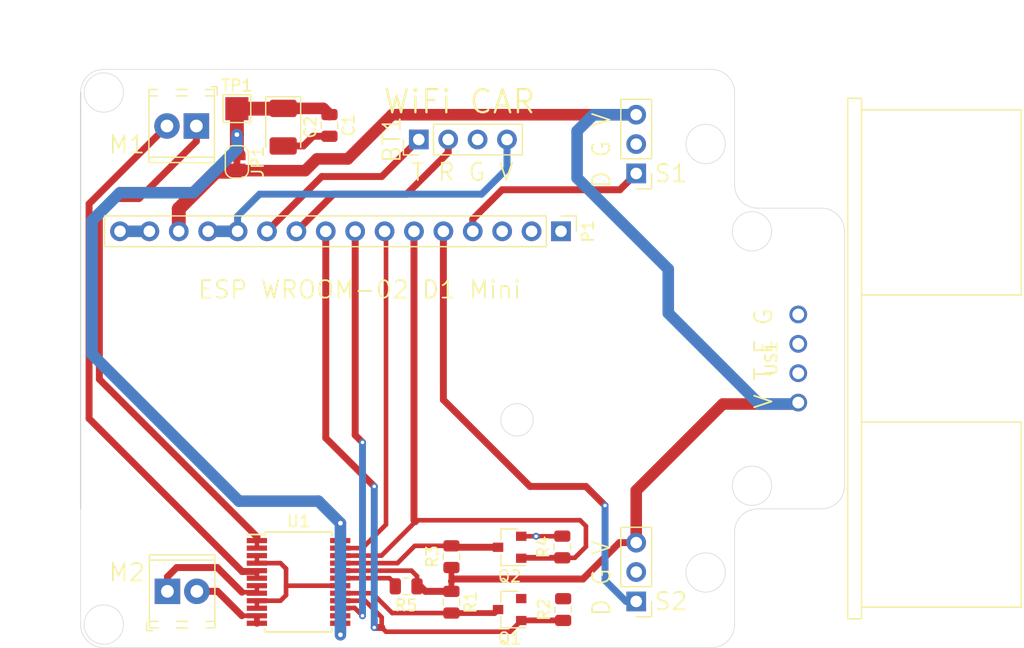
<source format=kicad_pcb>
(kicad_pcb (version 20171130) (host pcbnew "(5.1.10)-1")

  (general
    (thickness 1.6)
    (drawings 38)
    (tracks 191)
    (zones 0)
    (modules 19)
    (nets 22)
  )

  (page A4)
  (title_block
    (title "Motor drive")
    (date 2020-09-15)
    (rev 1.0)
    (company KIMSON)
    (comment 1 "siwha smart high school")
  )

  (layers
    (0 F.Cu signal)
    (31 B.Cu signal)
    (32 B.Adhes user hide)
    (33 F.Adhes user)
    (34 B.Paste user hide)
    (35 F.Paste user)
    (36 B.SilkS user hide)
    (37 F.SilkS user)
    (38 B.Mask user hide)
    (39 F.Mask user)
    (40 Dwgs.User user)
    (41 Cmts.User user)
    (42 Eco1.User user hide)
    (43 Eco2.User user hide)
    (44 Edge.Cuts user)
    (45 Margin user)
    (46 B.CrtYd user)
    (47 F.CrtYd user)
    (48 B.Fab user hide)
    (49 F.Fab user hide)
  )

  (setup
    (last_trace_width 1)
    (user_trace_width 0.3)
    (user_trace_width 0.4)
    (user_trace_width 0.5)
    (user_trace_width 0.6)
    (user_trace_width 0.8)
    (user_trace_width 1)
    (user_trace_width 1.2)
    (trace_clearance 0.2)
    (zone_clearance 0.508)
    (zone_45_only no)
    (trace_min 0.2)
    (via_size 0.6)
    (via_drill 0.3)
    (via_min_size 0.4)
    (via_min_drill 0.3)
    (user_via 0.6 0.3)
    (user_via 0.8 0.4)
    (user_via 1 0.6)
    (uvia_size 0.3)
    (uvia_drill 0.1)
    (uvias_allowed no)
    (uvia_min_size 0.2)
    (uvia_min_drill 0.1)
    (edge_width 0.05)
    (segment_width 0.2)
    (pcb_text_width 0.3)
    (pcb_text_size 1.5 1.5)
    (mod_edge_width 0.12)
    (mod_text_size 1 1)
    (mod_text_width 0.15)
    (pad_size 1.524 1.524)
    (pad_drill 0.762)
    (pad_to_mask_clearance 0.05)
    (solder_mask_min_width 0.25)
    (aux_axis_origin 0 0)
    (grid_origin 116 132)
    (visible_elements 7FFFFFFF)
    (pcbplotparams
      (layerselection 0x010fc_ffffffff)
      (usegerberextensions false)
      (usegerberattributes false)
      (usegerberadvancedattributes false)
      (creategerberjobfile false)
      (excludeedgelayer true)
      (linewidth 0.100000)
      (plotframeref false)
      (viasonmask false)
      (mode 1)
      (useauxorigin false)
      (hpglpennumber 1)
      (hpglpenspeed 20)
      (hpglpendiameter 15.000000)
      (psnegative false)
      (psa4output false)
      (plotreference true)
      (plotvalue false)
      (plotinvisibletext false)
      (padsonsilk false)
      (subtractmaskfromsilk false)
      (outputformat 1)
      (mirror false)
      (drillshape 0)
      (scaleselection 1)
      (outputdirectory "GERBER/"))
  )

  (net 0 "")
  (net 1 +5V)
  (net 2 GND)
  (net 3 3V3)
  (net 4 RXD)
  (net 5 TXD)
  (net 6 VS)
  (net 7 BIN)
  (net 8 AIN)
  (net 9 RIGHT)
  (net 10 LEFT)
  (net 11 ECHO)
  (net 12 TRIG)
  (net 13 "Net-(Q1-Pad3)")
  (net 14 "Net-(Q2-Pad3)")
  (net 15 "Net-(R5-Pad2)")
  (net 16 "Net-(M1-Pad2)")
  (net 17 "Net-(M1-Pad1)")
  (net 18 "Net-(M2-Pad2)")
  (net 19 "Net-(M2-Pad1)")
  (net 20 BPWM)
  (net 21 APWM)

  (net_class Default "This is the default net class."
    (clearance 0.2)
    (trace_width 0.25)
    (via_dia 0.6)
    (via_drill 0.3)
    (uvia_dia 0.3)
    (uvia_drill 0.1)
    (add_net 3V3)
    (add_net AIN)
    (add_net APWM)
    (add_net BIN)
    (add_net BPWM)
    (add_net ECHO)
    (add_net LEFT)
    (add_net "Net-(M1-Pad1)")
    (add_net "Net-(M1-Pad2)")
    (add_net "Net-(M2-Pad1)")
    (add_net "Net-(M2-Pad2)")
    (add_net "Net-(Q1-Pad3)")
    (add_net "Net-(Q2-Pad3)")
    (add_net "Net-(R5-Pad2)")
    (add_net RIGHT)
    (add_net RXD)
    (add_net TRIG)
    (add_net TXD)
    (add_net VS)
  )

  (net_class POWER ""
    (clearance 0.2)
    (trace_width 0.4)
    (via_dia 0.8)
    (via_drill 0.4)
    (uvia_dia 0.3)
    (uvia_drill 0.1)
    (add_net +5V)
    (add_net GND)
  )

  (module myOwnLib:HC-SR04 (layer F.Cu) (tedit 613CB9C0) (tstamp 613F27DB)
    (at 176 109 90)
    (path /60056CA1)
    (fp_text reference US1 (at 0 -2.33 90) (layer F.SilkS)
      (effects (font (size 1 1) (thickness 0.15)))
    )
    (fp_text value HC-SR04 (at 0 9.95 90) (layer F.Fab)
      (effects (font (size 1 1) (thickness 0.15)))
    )
    (fp_text user %R (at 0 3.81) (layer F.Fab)
      (effects (font (size 1 1) (thickness 0.15)))
    )
    (fp_line (start -5 4) (end -22.75 4) (layer F.CrtYd) (width 0.05))
    (fp_line (start -5 -1.25) (end -5 4) (layer F.CrtYd) (width 0.05))
    (fp_line (start 5 -1.25) (end -5 -1.25) (layer F.CrtYd) (width 0.05))
    (fp_line (start 5 4) (end 5 -1.25) (layer F.CrtYd) (width 0.05))
    (fp_line (start 22.75 4) (end 5 4) (layer F.CrtYd) (width 0.05))
    (fp_line (start 22.75 19.5) (end 22.75 4) (layer F.CrtYd) (width 0.05))
    (fp_line (start -22.75 19.5) (end 22.75 19.5) (layer F.CrtYd) (width 0.05))
    (fp_line (start -22.75 4) (end -22.75 19.5) (layer F.CrtYd) (width 0.05))
    (fp_line (start 5.5 5.47) (end 5.5 19.27) (layer F.SilkS) (width 0.127))
    (fp_line (start -5.5 5.47) (end -5.5 19.27) (layer F.SilkS) (width 0.127))
    (fp_line (start 21.5 5.47) (end 21.5 19.27) (layer F.SilkS) (width 0.127))
    (fp_line (start -21.5 5.47) (end -21.5 19.27) (layer F.SilkS) (width 0.127))
    (fp_line (start 22.5 4.27) (end 22.5 5.47) (layer F.SilkS) (width 0.127))
    (fp_line (start -22.5 4.27) (end 22.5 4.27) (layer F.SilkS) (width 0.127))
    (fp_line (start -22.5 5.47) (end -22.5 4.27) (layer F.SilkS) (width 0.127))
    (fp_line (start -21.5 5.47) (end -22.5 5.47) (layer F.SilkS) (width 0.127))
    (fp_line (start -5.5 5.47) (end -21.5 5.47) (layer F.SilkS) (width 0.127))
    (fp_line (start 5.5 5.47) (end -5.5 5.47) (layer F.SilkS) (width 0.127))
    (fp_line (start 21.5 5.47) (end 5.5 5.47) (layer F.SilkS) (width 0.127))
    (fp_line (start 22.5 5.47) (end 21.5 5.47) (layer F.SilkS) (width 0.127))
    (fp_line (start 5.5 19.27) (end 21.5 19.27) (layer F.SilkS) (width 0.127))
    (fp_line (start -21.5 19.27) (end -5.5 19.27) (layer F.SilkS) (width 0.127))
    (pad 1 thru_hole circle (at -3.81 0 90) (size 1.53 1.53) (drill 1.02) (layers *.Cu *.Mask)
      (net 1 +5V))
    (pad 4 thru_hole circle (at 3.81 0 90) (size 1.53 1.53) (drill 1.02) (layers *.Cu *.Mask)
      (net 2 GND))
    (pad 3 thru_hole circle (at 1.27 0 90) (size 1.53 1.53) (drill 1.02) (layers *.Cu *.Mask)
      (net 11 ECHO))
    (pad 2 thru_hole circle (at -1.27 0 90) (size 1.53 1.53) (drill 1.02) (layers *.Cu *.Mask)
      (net 12 TRIG))
    (model C:/KiCad/hc-sr04-ultrasonic-sensor-4.snapshot.4/HC-SR04.stp
      (offset (xyz 22.5 -5.8 2))
      (scale (xyz 1 1 1))
      (rotate (xyz 90 180 0))
    )
  )

  (module Connector_PinHeader_2.54mm:PinHeader_1x04_P2.54mm_Vertical (layer F.Cu) (tedit 59FED5CC) (tstamp 602CFC73)
    (at 143.2166 90.0646 90)
    (descr "Through hole straight pin header, 1x04, 2.54mm pitch, single row")
    (tags "Through hole pin header THT 1x04 2.54mm single row")
    (path /60041116)
    (fp_text reference BT1 (at 0 -2.33 90) (layer F.SilkS)
      (effects (font (size 1.5 1.5) (thickness 0.15)))
    )
    (fp_text value HC-06 (at 0 9.95 90) (layer F.Fab)
      (effects (font (size 1 1) (thickness 0.15)))
    )
    (fp_line (start -0.635 -1.27) (end 1.27 -1.27) (layer F.Fab) (width 0.1))
    (fp_line (start 1.27 -1.27) (end 1.27 8.89) (layer F.Fab) (width 0.1))
    (fp_line (start 1.27 8.89) (end -1.27 8.89) (layer F.Fab) (width 0.1))
    (fp_line (start -1.27 8.89) (end -1.27 -0.635) (layer F.Fab) (width 0.1))
    (fp_line (start -1.27 -0.635) (end -0.635 -1.27) (layer F.Fab) (width 0.1))
    (fp_line (start -1.33 8.95) (end 1.33 8.95) (layer F.SilkS) (width 0.12))
    (fp_line (start -1.33 1.27) (end -1.33 8.95) (layer F.SilkS) (width 0.12))
    (fp_line (start 1.33 1.27) (end 1.33 8.95) (layer F.SilkS) (width 0.12))
    (fp_line (start -1.33 1.27) (end 1.33 1.27) (layer F.SilkS) (width 0.12))
    (fp_line (start -1.33 0) (end -1.33 -1.33) (layer F.SilkS) (width 0.12))
    (fp_line (start -1.33 -1.33) (end 0 -1.33) (layer F.SilkS) (width 0.12))
    (fp_line (start -1.8 -1.8) (end -1.8 9.4) (layer F.CrtYd) (width 0.05))
    (fp_line (start -1.8 9.4) (end 1.8 9.4) (layer F.CrtYd) (width 0.05))
    (fp_line (start 1.8 9.4) (end 1.8 -1.8) (layer F.CrtYd) (width 0.05))
    (fp_line (start 1.8 -1.8) (end -1.8 -1.8) (layer F.CrtYd) (width 0.05))
    (fp_text user %R (at 0 3.81) (layer F.Fab)
      (effects (font (size 1 1) (thickness 0.15)))
    )
    (pad 4 thru_hole oval (at 0 7.62 90) (size 1.7 1.7) (drill 1) (layers *.Cu *.Mask)
      (net 3 3V3))
    (pad 3 thru_hole oval (at 0 5.08 90) (size 1.7 1.7) (drill 1) (layers *.Cu *.Mask)
      (net 2 GND))
    (pad 2 thru_hole oval (at 0 2.54 90) (size 1.7 1.7) (drill 1) (layers *.Cu *.Mask)
      (net 4 RXD))
    (pad 1 thru_hole rect (at 0 0 90) (size 1.7 1.7) (drill 1) (layers *.Cu *.Mask)
      (net 5 TXD))
    (model ${KISYS3DMOD}/Connector_PinHeader_2.54mm.3dshapes/PinHeader_1x04_P2.54mm_Vertical.wrl
      (at (xyz 0 0 0))
      (scale (xyz 1 1 1))
      (rotate (xyz 0 0 0))
    )
  )

  (module TestPoint:TestPoint_Pad_2.0x2.0mm (layer F.Cu) (tedit 5A0F774F) (tstamp 602D1002)
    (at 127.5 87.3976)
    (descr "SMD rectangular pad as test Point, square 2.0mm side length")
    (tags "test point SMD pad rectangle square")
    (path /602F64A6)
    (attr virtual)
    (fp_text reference TP1 (at 0 -1.998) (layer F.SilkS)
      (effects (font (size 1 1) (thickness 0.15)))
    )
    (fp_text value TestPoint (at 0 2.05) (layer F.Fab)
      (effects (font (size 1 1) (thickness 0.15)))
    )
    (fp_line (start 1.5 1.5) (end -1.5 1.5) (layer F.CrtYd) (width 0.05))
    (fp_line (start 1.5 1.5) (end 1.5 -1.5) (layer F.CrtYd) (width 0.05))
    (fp_line (start -1.5 -1.5) (end -1.5 1.5) (layer F.CrtYd) (width 0.05))
    (fp_line (start -1.5 -1.5) (end 1.5 -1.5) (layer F.CrtYd) (width 0.05))
    (fp_line (start -1.2 1.2) (end -1.2 -1.2) (layer F.SilkS) (width 0.12))
    (fp_line (start 1.2 1.2) (end -1.2 1.2) (layer F.SilkS) (width 0.12))
    (fp_line (start 1.2 -1.2) (end 1.2 1.2) (layer F.SilkS) (width 0.12))
    (fp_line (start -1.2 -1.2) (end 1.2 -1.2) (layer F.SilkS) (width 0.12))
    (fp_text user %R (at 0 -2) (layer F.Fab)
      (effects (font (size 1 1) (thickness 0.15)))
    )
    (pad 1 smd rect (at 0 0) (size 2 2) (layers F.Cu F.Mask)
      (net 6 VS))
  )

  (module TerminalBlock_Phoenix:TerminalBlock_Phoenix_MPT-0,5-2-2.54_1x02_P2.54mm_Horizontal (layer F.Cu) (tedit 5B294F98) (tstamp 602D195D)
    (at 121.5 129.1298)
    (descr "Terminal Block Phoenix MPT-0,5-2-2.54, 2 pins, pitch 2.54mm, size 5.54x6.2mm^2, drill diamater 1.1mm, pad diameter 2.2mm, see http://www.mouser.com/ds/2/324/ItemDetail_1725656-920552.pdf, script-generated using https://github.com/pointhi/kicad-footprint-generator/scripts/TerminalBlock_Phoenix")
    (tags "THT Terminal Block Phoenix MPT-0,5-2-2.54 pitch 2.54mm size 5.54x6.2mm^2 drill 1.1mm pad 2.2mm")
    (path /6012A1D7)
    (fp_text reference M2 (at -3.5 -1.6298) (layer F.SilkS)
      (effects (font (size 1.5 1.5) (thickness 0.15)))
    )
    (fp_text value Screw_Terminal_01x02 (at 1.27 4.16) (layer F.Fab)
      (effects (font (size 1 1) (thickness 0.15)))
    )
    (fp_line (start 4.54 -3.6) (end -2 -3.6) (layer F.CrtYd) (width 0.05))
    (fp_line (start 4.54 3.6) (end 4.54 -3.6) (layer F.CrtYd) (width 0.05))
    (fp_line (start -2 3.6) (end 4.54 3.6) (layer F.CrtYd) (width 0.05))
    (fp_line (start -2 -3.6) (end -2 3.6) (layer F.CrtYd) (width 0.05))
    (fp_line (start -1.8 3.4) (end -1.3 3.4) (layer F.SilkS) (width 0.12))
    (fp_line (start -1.8 2.66) (end -1.8 3.4) (layer F.SilkS) (width 0.12))
    (fp_line (start 3.241 -0.835) (end 1.706 0.7) (layer F.Fab) (width 0.1))
    (fp_line (start 3.375 -0.7) (end 1.84 0.835) (layer F.Fab) (width 0.1))
    (fp_line (start 0.701 -0.835) (end -0.835 0.7) (layer F.Fab) (width 0.1))
    (fp_line (start 0.835 -0.7) (end -0.701 0.835) (layer F.Fab) (width 0.1))
    (fp_line (start 4.1 -3.16) (end 4.1 3.16) (layer F.SilkS) (width 0.12))
    (fp_line (start -1.56 -3.16) (end -1.56 3.16) (layer F.SilkS) (width 0.12))
    (fp_line (start 3.33 3.16) (end 4.1 3.16) (layer F.SilkS) (width 0.12))
    (fp_line (start 0.79 3.16) (end 1.75 3.16) (layer F.SilkS) (width 0.12))
    (fp_line (start -1.56 3.16) (end -0.79 3.16) (layer F.SilkS) (width 0.12))
    (fp_line (start -1.56 -3.16) (end 4.1 -3.16) (layer F.SilkS) (width 0.12))
    (fp_line (start -1.56 -2.7) (end 4.1 -2.7) (layer F.SilkS) (width 0.12))
    (fp_line (start -1.5 -2.7) (end 4.04 -2.7) (layer F.Fab) (width 0.1))
    (fp_line (start 3.33 2.6) (end 4.1 2.6) (layer F.SilkS) (width 0.12))
    (fp_line (start 0.79 2.6) (end 1.75 2.6) (layer F.SilkS) (width 0.12))
    (fp_line (start -1.56 2.6) (end -0.79 2.6) (layer F.SilkS) (width 0.12))
    (fp_line (start -1.5 2.6) (end 4.04 2.6) (layer F.Fab) (width 0.1))
    (fp_line (start -1.5 2.6) (end -1.5 -3.1) (layer F.Fab) (width 0.1))
    (fp_line (start -1 3.1) (end -1.5 2.6) (layer F.Fab) (width 0.1))
    (fp_line (start 4.04 3.1) (end -1 3.1) (layer F.Fab) (width 0.1))
    (fp_line (start 4.04 -3.1) (end 4.04 3.1) (layer F.Fab) (width 0.1))
    (fp_line (start -1.5 -3.1) (end 4.04 -3.1) (layer F.Fab) (width 0.1))
    (fp_circle (center 2.54 0) (end 3.64 0) (layer F.Fab) (width 0.1))
    (fp_circle (center 0 0) (end 1.1 0) (layer F.Fab) (width 0.1))
    (fp_text user %R (at 1.27 2) (layer F.Fab)
      (effects (font (size 1 1) (thickness 0.15)))
    )
    (pad "" np_thru_hole circle (at 2.54 2.54) (size 1.1 1.1) (drill 1.1) (layers *.Cu *.Mask))
    (pad 2 thru_hole circle (at 2.54 0) (size 2.2 2.2) (drill 1.1) (layers *.Cu *.Mask)
      (net 18 "Net-(M2-Pad2)"))
    (pad "" np_thru_hole circle (at 0 2.54) (size 1.1 1.1) (drill 1.1) (layers *.Cu *.Mask))
    (pad 1 thru_hole rect (at 0 0) (size 2.2 2.2) (drill 1.1) (layers *.Cu *.Mask)
      (net 19 "Net-(M2-Pad1)"))
    (model ${KISYS3DMOD}/TerminalBlock_Phoenix.3dshapes/TerminalBlock_Phoenix_MPT-0,5-2-2.54_1x02_P2.54mm_Horizontal.wrl
      (at (xyz 0 0 0))
      (scale (xyz 1 1 1))
      (rotate (xyz 0 0 0))
    )
  )

  (module TerminalBlock_Phoenix:TerminalBlock_Phoenix_MPT-0,5-2-2.54_1x02_P2.54mm_Horizontal (layer F.Cu) (tedit 5B294F98) (tstamp 602D1208)
    (at 124 88.8962 180)
    (descr "Terminal Block Phoenix MPT-0,5-2-2.54, 2 pins, pitch 2.54mm, size 5.54x6.2mm^2, drill diamater 1.1mm, pad diameter 2.2mm, see http://www.mouser.com/ds/2/324/ItemDetail_1725656-920552.pdf, script-generated using https://github.com/pointhi/kicad-footprint-generator/scripts/TerminalBlock_Phoenix")
    (tags "THT Terminal Block Phoenix MPT-0,5-2-2.54 pitch 2.54mm size 5.54x6.2mm^2 drill 1.1mm pad 2.2mm")
    (path /60129AA9)
    (fp_text reference M1 (at 6 -1.6038) (layer F.SilkS)
      (effects (font (size 1.5 1.5) (thickness 0.15)))
    )
    (fp_text value Screw_Terminal_01x02 (at 1.27 4.16) (layer F.Fab)
      (effects (font (size 1 1) (thickness 0.15)))
    )
    (fp_line (start 4.54 -3.6) (end -2 -3.6) (layer F.CrtYd) (width 0.05))
    (fp_line (start 4.54 3.6) (end 4.54 -3.6) (layer F.CrtYd) (width 0.05))
    (fp_line (start -2 3.6) (end 4.54 3.6) (layer F.CrtYd) (width 0.05))
    (fp_line (start -2 -3.6) (end -2 3.6) (layer F.CrtYd) (width 0.05))
    (fp_line (start -1.8 3.4) (end -1.3 3.4) (layer F.SilkS) (width 0.12))
    (fp_line (start -1.8 2.66) (end -1.8 3.4) (layer F.SilkS) (width 0.12))
    (fp_line (start 3.241 -0.835) (end 1.706 0.7) (layer F.Fab) (width 0.1))
    (fp_line (start 3.375 -0.7) (end 1.84 0.835) (layer F.Fab) (width 0.1))
    (fp_line (start 0.701 -0.835) (end -0.835 0.7) (layer F.Fab) (width 0.1))
    (fp_line (start 0.835 -0.7) (end -0.701 0.835) (layer F.Fab) (width 0.1))
    (fp_line (start 4.1 -3.16) (end 4.1 3.16) (layer F.SilkS) (width 0.12))
    (fp_line (start -1.56 -3.16) (end -1.56 3.16) (layer F.SilkS) (width 0.12))
    (fp_line (start 3.33 3.16) (end 4.1 3.16) (layer F.SilkS) (width 0.12))
    (fp_line (start 0.79 3.16) (end 1.75 3.16) (layer F.SilkS) (width 0.12))
    (fp_line (start -1.56 3.16) (end -0.79 3.16) (layer F.SilkS) (width 0.12))
    (fp_line (start -1.56 -3.16) (end 4.1 -3.16) (layer F.SilkS) (width 0.12))
    (fp_line (start -1.56 -2.7) (end 4.1 -2.7) (layer F.SilkS) (width 0.12))
    (fp_line (start -1.5 -2.7) (end 4.04 -2.7) (layer F.Fab) (width 0.1))
    (fp_line (start 3.33 2.6) (end 4.1 2.6) (layer F.SilkS) (width 0.12))
    (fp_line (start 0.79 2.6) (end 1.75 2.6) (layer F.SilkS) (width 0.12))
    (fp_line (start -1.56 2.6) (end -0.79 2.6) (layer F.SilkS) (width 0.12))
    (fp_line (start -1.5 2.6) (end 4.04 2.6) (layer F.Fab) (width 0.1))
    (fp_line (start -1.5 2.6) (end -1.5 -3.1) (layer F.Fab) (width 0.1))
    (fp_line (start -1 3.1) (end -1.5 2.6) (layer F.Fab) (width 0.1))
    (fp_line (start 4.04 3.1) (end -1 3.1) (layer F.Fab) (width 0.1))
    (fp_line (start 4.04 -3.1) (end 4.04 3.1) (layer F.Fab) (width 0.1))
    (fp_line (start -1.5 -3.1) (end 4.04 -3.1) (layer F.Fab) (width 0.1))
    (fp_circle (center 2.54 0) (end 3.64 0) (layer F.Fab) (width 0.1))
    (fp_circle (center 0 0) (end 1.1 0) (layer F.Fab) (width 0.1))
    (fp_text user %R (at 1.27 2) (layer F.Fab)
      (effects (font (size 1 1) (thickness 0.15)))
    )
    (pad "" np_thru_hole circle (at 2.54 2.54 180) (size 1.1 1.1) (drill 1.1) (layers *.Cu *.Mask))
    (pad 2 thru_hole circle (at 2.54 0 180) (size 2.2 2.2) (drill 1.1) (layers *.Cu *.Mask)
      (net 16 "Net-(M1-Pad2)"))
    (pad "" np_thru_hole circle (at 0 2.54 180) (size 1.1 1.1) (drill 1.1) (layers *.Cu *.Mask))
    (pad 1 thru_hole rect (at 0 0 180) (size 2.2 2.2) (drill 1.1) (layers *.Cu *.Mask)
      (net 17 "Net-(M1-Pad1)"))
    (model ${KISYS3DMOD}/TerminalBlock_Phoenix.3dshapes/TerminalBlock_Phoenix_MPT-0,5-2-2.54_1x02_P2.54mm_Horizontal.wrl
      (at (xyz 0 0 0))
      (scale (xyz 1 1 1))
      (rotate (xyz 0 0 0))
    )
  )

  (module Package_SO:SSOP-24_5.3x8.2mm_P0.65mm (layer F.Cu) (tedit 5A02F25C) (tstamp 60112D4A)
    (at 132.828 128.317)
    (descr "24-Lead Plastic Shrink Small Outline (SS)-5.30 mm Body [SSOP] (see Microchip Packaging Specification 00000049BS.pdf)")
    (tags "SSOP 0.65")
    (path /5FFBC19E)
    (attr smd)
    (fp_text reference U1 (at 0 -5.25) (layer F.SilkS)
      (effects (font (size 1 1) (thickness 0.15)))
    )
    (fp_text value TB6612FNG (at 0 5.25) (layer F.Fab)
      (effects (font (size 1 1) (thickness 0.15)))
    )
    (fp_line (start -1.65 -4.1) (end 2.65 -4.1) (layer F.Fab) (width 0.15))
    (fp_line (start 2.65 -4.1) (end 2.65 4.1) (layer F.Fab) (width 0.15))
    (fp_line (start 2.65 4.1) (end -2.65 4.1) (layer F.Fab) (width 0.15))
    (fp_line (start -2.65 4.1) (end -2.65 -3.1) (layer F.Fab) (width 0.15))
    (fp_line (start -2.65 -3.1) (end -1.65 -4.1) (layer F.Fab) (width 0.15))
    (fp_line (start -4.75 -4.5) (end -4.75 4.5) (layer F.CrtYd) (width 0.05))
    (fp_line (start 4.75 -4.5) (end 4.75 4.5) (layer F.CrtYd) (width 0.05))
    (fp_line (start -4.75 -4.5) (end 4.75 -4.5) (layer F.CrtYd) (width 0.05))
    (fp_line (start -4.75 4.5) (end 4.75 4.5) (layer F.CrtYd) (width 0.05))
    (fp_line (start -2.875 -4.325) (end -2.875 -4.1) (layer F.SilkS) (width 0.15))
    (fp_line (start 2.875 -4.325) (end 2.875 -4.025) (layer F.SilkS) (width 0.15))
    (fp_line (start 2.875 4.325) (end 2.875 4.025) (layer F.SilkS) (width 0.15))
    (fp_line (start -2.875 4.325) (end -2.875 4.025) (layer F.SilkS) (width 0.15))
    (fp_line (start -2.875 -4.325) (end 2.875 -4.325) (layer F.SilkS) (width 0.15))
    (fp_line (start -2.875 4.325) (end 2.875 4.325) (layer F.SilkS) (width 0.15))
    (fp_line (start -2.875 -4.1) (end -4.475 -4.1) (layer F.SilkS) (width 0.15))
    (fp_text user %R (at 0 0) (layer F.Fab)
      (effects (font (size 0.8 0.8) (thickness 0.15)))
    )
    (pad 24 smd rect (at 3.6 -3.575) (size 1.75 0.45) (layers F.Cu F.Paste F.Mask)
      (net 6 VS))
    (pad 23 smd rect (at 3.6 -2.925) (size 1.75 0.45) (layers F.Cu F.Paste F.Mask)
      (net 21 APWM))
    (pad 22 smd rect (at 3.6 -2.275) (size 1.75 0.45) (layers F.Cu F.Paste F.Mask)
      (net 8 AIN))
    (pad 21 smd rect (at 3.6 -1.625) (size 1.75 0.45) (layers F.Cu F.Paste F.Mask)
      (net 14 "Net-(Q2-Pad3)"))
    (pad 20 smd rect (at 3.6 -0.975) (size 1.75 0.45) (layers F.Cu F.Paste F.Mask)
      (net 1 +5V))
    (pad 19 smd rect (at 3.6 -0.325) (size 1.75 0.45) (layers F.Cu F.Paste F.Mask)
      (net 15 "Net-(R5-Pad2)"))
    (pad 18 smd rect (at 3.6 0.325) (size 1.75 0.45) (layers F.Cu F.Paste F.Mask)
      (net 2 GND))
    (pad 17 smd rect (at 3.6 0.975) (size 1.75 0.45) (layers F.Cu F.Paste F.Mask)
      (net 13 "Net-(Q1-Pad3)"))
    (pad 16 smd rect (at 3.6 1.625) (size 1.75 0.45) (layers F.Cu F.Paste F.Mask)
      (net 7 BIN))
    (pad 15 smd rect (at 3.6 2.275) (size 1.75 0.45) (layers F.Cu F.Paste F.Mask)
      (net 20 BPWM))
    (pad 14 smd rect (at 3.6 2.925) (size 1.75 0.45) (layers F.Cu F.Paste F.Mask)
      (net 6 VS))
    (pad 13 smd rect (at 3.6 3.575) (size 1.75 0.45) (layers F.Cu F.Paste F.Mask)
      (net 6 VS))
    (pad 12 smd rect (at -3.6 3.575) (size 1.75 0.45) (layers F.Cu F.Paste F.Mask)
      (net 18 "Net-(M2-Pad2)"))
    (pad 11 smd rect (at -3.6 2.925) (size 1.75 0.45) (layers F.Cu F.Paste F.Mask)
      (net 18 "Net-(M2-Pad2)"))
    (pad 10 smd rect (at -3.6 2.275) (size 1.75 0.45) (layers F.Cu F.Paste F.Mask)
      (net 2 GND))
    (pad 9 smd rect (at -3.6 1.625) (size 1.75 0.45) (layers F.Cu F.Paste F.Mask)
      (net 2 GND))
    (pad 8 smd rect (at -3.6 0.975) (size 1.75 0.45) (layers F.Cu F.Paste F.Mask)
      (net 19 "Net-(M2-Pad1)"))
    (pad 7 smd rect (at -3.6 0.325) (size 1.75 0.45) (layers F.Cu F.Paste F.Mask)
      (net 19 "Net-(M2-Pad1)"))
    (pad 6 smd rect (at -3.6 -0.325) (size 1.75 0.45) (layers F.Cu F.Paste F.Mask)
      (net 16 "Net-(M1-Pad2)"))
    (pad 5 smd rect (at -3.6 -0.975) (size 1.75 0.45) (layers F.Cu F.Paste F.Mask)
      (net 16 "Net-(M1-Pad2)"))
    (pad 4 smd rect (at -3.6 -1.625) (size 1.75 0.45) (layers F.Cu F.Paste F.Mask)
      (net 2 GND))
    (pad 3 smd rect (at -3.6 -2.275) (size 1.75 0.45) (layers F.Cu F.Paste F.Mask)
      (net 2 GND))
    (pad 2 smd rect (at -3.6 -2.925) (size 1.75 0.45) (layers F.Cu F.Paste F.Mask)
      (net 17 "Net-(M1-Pad1)"))
    (pad 1 smd rect (at -3.6 -3.575) (size 1.75 0.45) (layers F.Cu F.Paste F.Mask)
      (net 17 "Net-(M1-Pad1)"))
    (model ${KISYS3DMOD}/Package_SO.3dshapes/SSOP-24_5.3x8.2mm_P0.65mm.wrl
      (at (xyz 0 0 0))
      (scale (xyz 1 1 1))
      (rotate (xyz 0 0 0))
    )
  )

  (module Connector_PinHeader_2.54mm:PinHeader_1x03_P2.54mm_Vertical (layer F.Cu) (tedit 59FED5CC) (tstamp 602CFDB9)
    (at 162 130 180)
    (descr "Through hole straight pin header, 1x03, 2.54mm pitch, single row")
    (tags "Through hole pin header THT 1x03 2.54mm single row")
    (path /600C37FD)
    (fp_text reference S2 (at -3 0) (layer F.SilkS)
      (effects (font (size 1.5 1.5) (thickness 0.15)))
    )
    (fp_text value Conn_01x03_Male (at 0 7.41) (layer F.Fab)
      (effects (font (size 1 1) (thickness 0.15)))
    )
    (fp_line (start -0.635 -1.27) (end 1.27 -1.27) (layer F.Fab) (width 0.1))
    (fp_line (start 1.27 -1.27) (end 1.27 6.35) (layer F.Fab) (width 0.1))
    (fp_line (start 1.27 6.35) (end -1.27 6.35) (layer F.Fab) (width 0.1))
    (fp_line (start -1.27 6.35) (end -1.27 -0.635) (layer F.Fab) (width 0.1))
    (fp_line (start -1.27 -0.635) (end -0.635 -1.27) (layer F.Fab) (width 0.1))
    (fp_line (start -1.33 6.41) (end 1.33 6.41) (layer F.SilkS) (width 0.12))
    (fp_line (start -1.33 1.27) (end -1.33 6.41) (layer F.SilkS) (width 0.12))
    (fp_line (start 1.33 1.27) (end 1.33 6.41) (layer F.SilkS) (width 0.12))
    (fp_line (start -1.33 1.27) (end 1.33 1.27) (layer F.SilkS) (width 0.12))
    (fp_line (start -1.33 0) (end -1.33 -1.33) (layer F.SilkS) (width 0.12))
    (fp_line (start -1.33 -1.33) (end 0 -1.33) (layer F.SilkS) (width 0.12))
    (fp_line (start -1.8 -1.8) (end -1.8 6.85) (layer F.CrtYd) (width 0.05))
    (fp_line (start -1.8 6.85) (end 1.8 6.85) (layer F.CrtYd) (width 0.05))
    (fp_line (start 1.8 6.85) (end 1.8 -1.8) (layer F.CrtYd) (width 0.05))
    (fp_line (start 1.8 -1.8) (end -1.8 -1.8) (layer F.CrtYd) (width 0.05))
    (fp_text user %R (at 0 2.54 90) (layer F.Fab)
      (effects (font (size 1 1) (thickness 0.15)))
    )
    (pad 3 thru_hole oval (at 0 5.08 180) (size 1.7 1.7) (drill 1) (layers *.Cu *.Mask)
      (net 1 +5V))
    (pad 2 thru_hole oval (at 0 2.54 180) (size 1.7 1.7) (drill 1) (layers *.Cu *.Mask)
      (net 2 GND))
    (pad 1 thru_hole rect (at 0 0 180) (size 1.7 1.7) (drill 1) (layers *.Cu *.Mask)
      (net 9 RIGHT))
    (model ${KISYS3DMOD}/Connector_PinHeader_2.54mm.3dshapes/PinHeader_1x03_P2.54mm_Vertical.wrl
      (at (xyz 0 0 0))
      (scale (xyz 1 1 1))
      (rotate (xyz 0 0 0))
    )
  )

  (module Connector_PinHeader_2.54mm:PinHeader_1x03_P2.54mm_Vertical (layer F.Cu) (tedit 59FED5CC) (tstamp 602CFFAB)
    (at 162 93 180)
    (descr "Through hole straight pin header, 1x03, 2.54mm pitch, single row")
    (tags "Through hole pin header THT 1x03 2.54mm single row")
    (path /600A8367)
    (fp_text reference S1 (at -3 0) (layer F.SilkS)
      (effects (font (size 1.5 1.5) (thickness 0.15)))
    )
    (fp_text value Conn_01x03_Male (at 0 7.41) (layer F.Fab)
      (effects (font (size 1 1) (thickness 0.15)))
    )
    (fp_line (start -0.635 -1.27) (end 1.27 -1.27) (layer F.Fab) (width 0.1))
    (fp_line (start 1.27 -1.27) (end 1.27 6.35) (layer F.Fab) (width 0.1))
    (fp_line (start 1.27 6.35) (end -1.27 6.35) (layer F.Fab) (width 0.1))
    (fp_line (start -1.27 6.35) (end -1.27 -0.635) (layer F.Fab) (width 0.1))
    (fp_line (start -1.27 -0.635) (end -0.635 -1.27) (layer F.Fab) (width 0.1))
    (fp_line (start -1.33 6.41) (end 1.33 6.41) (layer F.SilkS) (width 0.12))
    (fp_line (start -1.33 1.27) (end -1.33 6.41) (layer F.SilkS) (width 0.12))
    (fp_line (start 1.33 1.27) (end 1.33 6.41) (layer F.SilkS) (width 0.12))
    (fp_line (start -1.33 1.27) (end 1.33 1.27) (layer F.SilkS) (width 0.12))
    (fp_line (start -1.33 0) (end -1.33 -1.33) (layer F.SilkS) (width 0.12))
    (fp_line (start -1.33 -1.33) (end 0 -1.33) (layer F.SilkS) (width 0.12))
    (fp_line (start -1.8 -1.8) (end -1.8 6.85) (layer F.CrtYd) (width 0.05))
    (fp_line (start -1.8 6.85) (end 1.8 6.85) (layer F.CrtYd) (width 0.05))
    (fp_line (start 1.8 6.85) (end 1.8 -1.8) (layer F.CrtYd) (width 0.05))
    (fp_line (start 1.8 -1.8) (end -1.8 -1.8) (layer F.CrtYd) (width 0.05))
    (fp_text user %R (at 0 2.54 90) (layer F.Fab)
      (effects (font (size 1 1) (thickness 0.15)))
    )
    (pad 3 thru_hole oval (at 0 5.08 180) (size 1.7 1.7) (drill 1) (layers *.Cu *.Mask)
      (net 1 +5V))
    (pad 2 thru_hole oval (at 0 2.54 180) (size 1.7 1.7) (drill 1) (layers *.Cu *.Mask)
      (net 2 GND))
    (pad 1 thru_hole rect (at 0 0 180) (size 1.7 1.7) (drill 1) (layers *.Cu *.Mask)
      (net 10 LEFT))
    (model ${KISYS3DMOD}/Connector_PinHeader_2.54mm.3dshapes/PinHeader_1x03_P2.54mm_Vertical.wrl
      (at (xyz 0 0 0))
      (scale (xyz 1 1 1))
      (rotate (xyz 0 0 0))
    )
  )

  (module Resistor_SMD:R_0805_2012Metric (layer F.Cu) (tedit 5B36C52B) (tstamp 602CFF75)
    (at 142.1244 128.698 180)
    (descr "Resistor SMD 0805 (2012 Metric), square (rectangular) end terminal, IPC_7351 nominal, (Body size source: https://docs.google.com/spreadsheets/d/1BsfQQcO9C6DZCsRaXUlFlo91Tg2WpOkGARC1WS5S8t0/edit?usp=sharing), generated with kicad-footprint-generator")
    (tags resistor)
    (path /5FFBE9DA)
    (attr smd)
    (fp_text reference R5 (at 0 -1.65) (layer F.SilkS)
      (effects (font (size 1 1) (thickness 0.15)))
    )
    (fp_text value 10K (at 0 1.65) (layer F.Fab)
      (effects (font (size 1 1) (thickness 0.15)))
    )
    (fp_line (start -1 0.6) (end -1 -0.6) (layer F.Fab) (width 0.1))
    (fp_line (start -1 -0.6) (end 1 -0.6) (layer F.Fab) (width 0.1))
    (fp_line (start 1 -0.6) (end 1 0.6) (layer F.Fab) (width 0.1))
    (fp_line (start 1 0.6) (end -1 0.6) (layer F.Fab) (width 0.1))
    (fp_line (start -0.258578 -0.71) (end 0.258578 -0.71) (layer F.SilkS) (width 0.12))
    (fp_line (start -0.258578 0.71) (end 0.258578 0.71) (layer F.SilkS) (width 0.12))
    (fp_line (start -1.68 0.95) (end -1.68 -0.95) (layer F.CrtYd) (width 0.05))
    (fp_line (start -1.68 -0.95) (end 1.68 -0.95) (layer F.CrtYd) (width 0.05))
    (fp_line (start 1.68 -0.95) (end 1.68 0.95) (layer F.CrtYd) (width 0.05))
    (fp_line (start 1.68 0.95) (end -1.68 0.95) (layer F.CrtYd) (width 0.05))
    (fp_text user %R (at 0 0) (layer F.Fab)
      (effects (font (size 0.5 0.5) (thickness 0.08)))
    )
    (pad 2 smd roundrect (at 0.9375 0 180) (size 0.975 1.4) (layers F.Cu F.Paste F.Mask) (roundrect_rratio 0.25)
      (net 15 "Net-(R5-Pad2)"))
    (pad 1 smd roundrect (at -0.9375 0 180) (size 0.975 1.4) (layers F.Cu F.Paste F.Mask) (roundrect_rratio 0.25)
      (net 1 +5V))
    (model ${KISYS3DMOD}/Resistor_SMD.3dshapes/R_0805_2012Metric.wrl
      (at (xyz 0 0 0))
      (scale (xyz 1 1 1))
      (rotate (xyz 0 0 0))
    )
  )

  (module Resistor_SMD:R_0805_2012Metric (layer F.Cu) (tedit 5B36C52B) (tstamp 602CFDF5)
    (at 155.6118 125.2944 90)
    (descr "Resistor SMD 0805 (2012 Metric), square (rectangular) end terminal, IPC_7351 nominal, (Body size source: https://docs.google.com/spreadsheets/d/1BsfQQcO9C6DZCsRaXUlFlo91Tg2WpOkGARC1WS5S8t0/edit?usp=sharing), generated with kicad-footprint-generator")
    (tags resistor)
    (path /60032924)
    (attr smd)
    (fp_text reference R4 (at 0 -1.65 90) (layer F.SilkS)
      (effects (font (size 1 1) (thickness 0.15)))
    )
    (fp_text value 10K (at 0 1.65 90) (layer F.Fab)
      (effects (font (size 1 1) (thickness 0.15)))
    )
    (fp_line (start -1 0.6) (end -1 -0.6) (layer F.Fab) (width 0.1))
    (fp_line (start -1 -0.6) (end 1 -0.6) (layer F.Fab) (width 0.1))
    (fp_line (start 1 -0.6) (end 1 0.6) (layer F.Fab) (width 0.1))
    (fp_line (start 1 0.6) (end -1 0.6) (layer F.Fab) (width 0.1))
    (fp_line (start -0.258578 -0.71) (end 0.258578 -0.71) (layer F.SilkS) (width 0.12))
    (fp_line (start -0.258578 0.71) (end 0.258578 0.71) (layer F.SilkS) (width 0.12))
    (fp_line (start -1.68 0.95) (end -1.68 -0.95) (layer F.CrtYd) (width 0.05))
    (fp_line (start -1.68 -0.95) (end 1.68 -0.95) (layer F.CrtYd) (width 0.05))
    (fp_line (start 1.68 -0.95) (end 1.68 0.95) (layer F.CrtYd) (width 0.05))
    (fp_line (start 1.68 0.95) (end -1.68 0.95) (layer F.CrtYd) (width 0.05))
    (fp_text user %R (at 0 0 90) (layer F.Fab)
      (effects (font (size 0.5 0.5) (thickness 0.08)))
    )
    (pad 2 smd roundrect (at 0.9375 0 90) (size 0.975 1.4) (layers F.Cu F.Paste F.Mask) (roundrect_rratio 0.25)
      (net 2 GND))
    (pad 1 smd roundrect (at -0.9375 0 90) (size 0.975 1.4) (layers F.Cu F.Paste F.Mask) (roundrect_rratio 0.25)
      (net 8 AIN))
    (model ${KISYS3DMOD}/Resistor_SMD.3dshapes/R_0805_2012Metric.wrl
      (at (xyz 0 0 0))
      (scale (xyz 1 1 1))
      (rotate (xyz 0 0 0))
    )
  )

  (module Resistor_SMD:R_0805_2012Metric (layer F.Cu) (tedit 5B36C52B) (tstamp 602CFD83)
    (at 146.036 126.1326 90)
    (descr "Resistor SMD 0805 (2012 Metric), square (rectangular) end terminal, IPC_7351 nominal, (Body size source: https://docs.google.com/spreadsheets/d/1BsfQQcO9C6DZCsRaXUlFlo91Tg2WpOkGARC1WS5S8t0/edit?usp=sharing), generated with kicad-footprint-generator")
    (tags resistor)
    (path /5FFF6A18)
    (attr smd)
    (fp_text reference R3 (at 0 -1.65 90) (layer F.SilkS)
      (effects (font (size 1 1) (thickness 0.15)))
    )
    (fp_text value 10K (at 0 1.65 90) (layer F.Fab)
      (effects (font (size 1 1) (thickness 0.15)))
    )
    (fp_line (start -1 0.6) (end -1 -0.6) (layer F.Fab) (width 0.1))
    (fp_line (start -1 -0.6) (end 1 -0.6) (layer F.Fab) (width 0.1))
    (fp_line (start 1 -0.6) (end 1 0.6) (layer F.Fab) (width 0.1))
    (fp_line (start 1 0.6) (end -1 0.6) (layer F.Fab) (width 0.1))
    (fp_line (start -0.258578 -0.71) (end 0.258578 -0.71) (layer F.SilkS) (width 0.12))
    (fp_line (start -0.258578 0.71) (end 0.258578 0.71) (layer F.SilkS) (width 0.12))
    (fp_line (start -1.68 0.95) (end -1.68 -0.95) (layer F.CrtYd) (width 0.05))
    (fp_line (start -1.68 -0.95) (end 1.68 -0.95) (layer F.CrtYd) (width 0.05))
    (fp_line (start 1.68 -0.95) (end 1.68 0.95) (layer F.CrtYd) (width 0.05))
    (fp_line (start 1.68 0.95) (end -1.68 0.95) (layer F.CrtYd) (width 0.05))
    (fp_text user %R (at 0 0 90) (layer F.Fab)
      (effects (font (size 0.5 0.5) (thickness 0.08)))
    )
    (pad 2 smd roundrect (at 0.9375 0 90) (size 0.975 1.4) (layers F.Cu F.Paste F.Mask) (roundrect_rratio 0.25)
      (net 14 "Net-(Q2-Pad3)"))
    (pad 1 smd roundrect (at -0.9375 0 90) (size 0.975 1.4) (layers F.Cu F.Paste F.Mask) (roundrect_rratio 0.25)
      (net 1 +5V))
    (model ${KISYS3DMOD}/Resistor_SMD.3dshapes/R_0805_2012Metric.wrl
      (at (xyz 0 0 0))
      (scale (xyz 1 1 1))
      (rotate (xyz 0 0 0))
    )
  )

  (module Resistor_SMD:R_0805_2012Metric (layer F.Cu) (tedit 5B36C52B) (tstamp 602CFD53)
    (at 155.688 130.7046 90)
    (descr "Resistor SMD 0805 (2012 Metric), square (rectangular) end terminal, IPC_7351 nominal, (Body size source: https://docs.google.com/spreadsheets/d/1BsfQQcO9C6DZCsRaXUlFlo91Tg2WpOkGARC1WS5S8t0/edit?usp=sharing), generated with kicad-footprint-generator")
    (tags resistor)
    (path /6003360F)
    (attr smd)
    (fp_text reference R2 (at 0 -1.65 90) (layer F.SilkS)
      (effects (font (size 1 1) (thickness 0.15)))
    )
    (fp_text value 10K (at 0 1.65 90) (layer F.Fab)
      (effects (font (size 1 1) (thickness 0.15)))
    )
    (fp_line (start -1 0.6) (end -1 -0.6) (layer F.Fab) (width 0.1))
    (fp_line (start -1 -0.6) (end 1 -0.6) (layer F.Fab) (width 0.1))
    (fp_line (start 1 -0.6) (end 1 0.6) (layer F.Fab) (width 0.1))
    (fp_line (start 1 0.6) (end -1 0.6) (layer F.Fab) (width 0.1))
    (fp_line (start -0.258578 -0.71) (end 0.258578 -0.71) (layer F.SilkS) (width 0.12))
    (fp_line (start -0.258578 0.71) (end 0.258578 0.71) (layer F.SilkS) (width 0.12))
    (fp_line (start -1.68 0.95) (end -1.68 -0.95) (layer F.CrtYd) (width 0.05))
    (fp_line (start -1.68 -0.95) (end 1.68 -0.95) (layer F.CrtYd) (width 0.05))
    (fp_line (start 1.68 -0.95) (end 1.68 0.95) (layer F.CrtYd) (width 0.05))
    (fp_line (start 1.68 0.95) (end -1.68 0.95) (layer F.CrtYd) (width 0.05))
    (fp_text user %R (at 0 0 90) (layer F.Fab)
      (effects (font (size 0.5 0.5) (thickness 0.08)))
    )
    (pad 2 smd roundrect (at 0.9375 0 90) (size 0.975 1.4) (layers F.Cu F.Paste F.Mask) (roundrect_rratio 0.25)
      (net 2 GND))
    (pad 1 smd roundrect (at -0.9375 0 90) (size 0.975 1.4) (layers F.Cu F.Paste F.Mask) (roundrect_rratio 0.25)
      (net 7 BIN))
    (model ${KISYS3DMOD}/Resistor_SMD.3dshapes/R_0805_2012Metric.wrl
      (at (xyz 0 0 0))
      (scale (xyz 1 1 1))
      (rotate (xyz 0 0 0))
    )
  )

  (module Resistor_SMD:R_0805_2012Metric (layer F.Cu) (tedit 5B36C52B) (tstamp 602CFEC4)
    (at 146.036 130.0696 270)
    (descr "Resistor SMD 0805 (2012 Metric), square (rectangular) end terminal, IPC_7351 nominal, (Body size source: https://docs.google.com/spreadsheets/d/1BsfQQcO9C6DZCsRaXUlFlo91Tg2WpOkGARC1WS5S8t0/edit?usp=sharing), generated with kicad-footprint-generator")
    (tags resistor)
    (path /5FFF73F7)
    (attr smd)
    (fp_text reference R1 (at 0 -1.65 90) (layer F.SilkS)
      (effects (font (size 1 1) (thickness 0.15)))
    )
    (fp_text value 10K (at 0 1.65 90) (layer F.Fab)
      (effects (font (size 1 1) (thickness 0.15)))
    )
    (fp_line (start -1 0.6) (end -1 -0.6) (layer F.Fab) (width 0.1))
    (fp_line (start -1 -0.6) (end 1 -0.6) (layer F.Fab) (width 0.1))
    (fp_line (start 1 -0.6) (end 1 0.6) (layer F.Fab) (width 0.1))
    (fp_line (start 1 0.6) (end -1 0.6) (layer F.Fab) (width 0.1))
    (fp_line (start -0.258578 -0.71) (end 0.258578 -0.71) (layer F.SilkS) (width 0.12))
    (fp_line (start -0.258578 0.71) (end 0.258578 0.71) (layer F.SilkS) (width 0.12))
    (fp_line (start -1.68 0.95) (end -1.68 -0.95) (layer F.CrtYd) (width 0.05))
    (fp_line (start -1.68 -0.95) (end 1.68 -0.95) (layer F.CrtYd) (width 0.05))
    (fp_line (start 1.68 -0.95) (end 1.68 0.95) (layer F.CrtYd) (width 0.05))
    (fp_line (start 1.68 0.95) (end -1.68 0.95) (layer F.CrtYd) (width 0.05))
    (fp_text user %R (at 0 0 90) (layer F.Fab)
      (effects (font (size 0.5 0.5) (thickness 0.08)))
    )
    (pad 2 smd roundrect (at 0.9375 0 270) (size 0.975 1.4) (layers F.Cu F.Paste F.Mask) (roundrect_rratio 0.25)
      (net 13 "Net-(Q1-Pad3)"))
    (pad 1 smd roundrect (at -0.9375 0 270) (size 0.975 1.4) (layers F.Cu F.Paste F.Mask) (roundrect_rratio 0.25)
      (net 1 +5V))
    (model ${KISYS3DMOD}/Resistor_SMD.3dshapes/R_0805_2012Metric.wrl
      (at (xyz 0 0 0))
      (scale (xyz 1 1 1))
      (rotate (xyz 0 0 0))
    )
  )

  (module Package_TO_SOT_SMD:SOT-23 (layer F.Cu) (tedit 5A02FF57) (tstamp 602CFEF8)
    (at 151.0652 125.3198 180)
    (descr "SOT-23, Standard")
    (tags SOT-23)
    (path /6009C255)
    (attr smd)
    (fp_text reference Q2 (at 0 -2.5) (layer F.SilkS)
      (effects (font (size 1 1) (thickness 0.15)))
    )
    (fp_text value 2N7002 (at 0 2.5) (layer F.Fab)
      (effects (font (size 1 1) (thickness 0.15)))
    )
    (fp_line (start -0.7 -0.95) (end -0.7 1.5) (layer F.Fab) (width 0.1))
    (fp_line (start -0.15 -1.52) (end 0.7 -1.52) (layer F.Fab) (width 0.1))
    (fp_line (start -0.7 -0.95) (end -0.15 -1.52) (layer F.Fab) (width 0.1))
    (fp_line (start 0.7 -1.52) (end 0.7 1.52) (layer F.Fab) (width 0.1))
    (fp_line (start -0.7 1.52) (end 0.7 1.52) (layer F.Fab) (width 0.1))
    (fp_line (start 0.76 1.58) (end 0.76 0.65) (layer F.SilkS) (width 0.12))
    (fp_line (start 0.76 -1.58) (end 0.76 -0.65) (layer F.SilkS) (width 0.12))
    (fp_line (start -1.7 -1.75) (end 1.7 -1.75) (layer F.CrtYd) (width 0.05))
    (fp_line (start 1.7 -1.75) (end 1.7 1.75) (layer F.CrtYd) (width 0.05))
    (fp_line (start 1.7 1.75) (end -1.7 1.75) (layer F.CrtYd) (width 0.05))
    (fp_line (start -1.7 1.75) (end -1.7 -1.75) (layer F.CrtYd) (width 0.05))
    (fp_line (start 0.76 -1.58) (end -1.4 -1.58) (layer F.SilkS) (width 0.12))
    (fp_line (start 0.76 1.58) (end -0.7 1.58) (layer F.SilkS) (width 0.12))
    (fp_text user %R (at 0 0 90) (layer F.Fab)
      (effects (font (size 0.5 0.5) (thickness 0.075)))
    )
    (pad 3 smd rect (at 1 0 180) (size 0.9 0.8) (layers F.Cu F.Paste F.Mask)
      (net 14 "Net-(Q2-Pad3)"))
    (pad 2 smd rect (at -1 0.95 180) (size 0.9 0.8) (layers F.Cu F.Paste F.Mask)
      (net 2 GND))
    (pad 1 smd rect (at -1 -0.95 180) (size 0.9 0.8) (layers F.Cu F.Paste F.Mask)
      (net 8 AIN))
    (model ${KISYS3DMOD}/Package_TO_SOT_SMD.3dshapes/SOT-23.wrl
      (at (xyz 0 0 0))
      (scale (xyz 1 1 1))
      (rotate (xyz 0 0 0))
    )
  )

  (module Package_TO_SOT_SMD:SOT-23 (layer F.Cu) (tedit 5A02FF57) (tstamp 602CFD1B)
    (at 151.0652 130.7046 180)
    (descr "SOT-23, Standard")
    (tags SOT-23)
    (path /600A2E79)
    (attr smd)
    (fp_text reference Q1 (at 0 -2.5) (layer F.SilkS)
      (effects (font (size 1 1) (thickness 0.15)))
    )
    (fp_text value 2N7002 (at 0 2.5) (layer F.Fab)
      (effects (font (size 1 1) (thickness 0.15)))
    )
    (fp_line (start -0.7 -0.95) (end -0.7 1.5) (layer F.Fab) (width 0.1))
    (fp_line (start -0.15 -1.52) (end 0.7 -1.52) (layer F.Fab) (width 0.1))
    (fp_line (start -0.7 -0.95) (end -0.15 -1.52) (layer F.Fab) (width 0.1))
    (fp_line (start 0.7 -1.52) (end 0.7 1.52) (layer F.Fab) (width 0.1))
    (fp_line (start -0.7 1.52) (end 0.7 1.52) (layer F.Fab) (width 0.1))
    (fp_line (start 0.76 1.58) (end 0.76 0.65) (layer F.SilkS) (width 0.12))
    (fp_line (start 0.76 -1.58) (end 0.76 -0.65) (layer F.SilkS) (width 0.12))
    (fp_line (start -1.7 -1.75) (end 1.7 -1.75) (layer F.CrtYd) (width 0.05))
    (fp_line (start 1.7 -1.75) (end 1.7 1.75) (layer F.CrtYd) (width 0.05))
    (fp_line (start 1.7 1.75) (end -1.7 1.75) (layer F.CrtYd) (width 0.05))
    (fp_line (start -1.7 1.75) (end -1.7 -1.75) (layer F.CrtYd) (width 0.05))
    (fp_line (start 0.76 -1.58) (end -1.4 -1.58) (layer F.SilkS) (width 0.12))
    (fp_line (start 0.76 1.58) (end -0.7 1.58) (layer F.SilkS) (width 0.12))
    (fp_text user %R (at 0 0 90) (layer F.Fab)
      (effects (font (size 0.5 0.5) (thickness 0.075)))
    )
    (pad 3 smd rect (at 1 0 180) (size 0.9 0.8) (layers F.Cu F.Paste F.Mask)
      (net 13 "Net-(Q1-Pad3)"))
    (pad 2 smd rect (at -1 0.95 180) (size 0.9 0.8) (layers F.Cu F.Paste F.Mask)
      (net 2 GND))
    (pad 1 smd rect (at -1 -0.95 180) (size 0.9 0.8) (layers F.Cu F.Paste F.Mask)
      (net 7 BIN))
    (model ${KISYS3DMOD}/Package_TO_SOT_SMD.3dshapes/SOT-23.wrl
      (at (xyz 0 0 0))
      (scale (xyz 1 1 1))
      (rotate (xyz 0 0 0))
    )
  )

  (module Connector_PinHeader_2.54mm:PinHeader_1x16_P2.54mm_Vertical (layer F.Cu) (tedit 59FED5CC) (tstamp 602CFE6E)
    (at 155.5 98 270)
    (descr "Through hole straight pin header, 1x16, 2.54mm pitch, single row")
    (tags "Through hole pin header THT 1x16 2.54mm single row")
    (path /5F6103F0)
    (fp_text reference P1 (at 0 -2.33 90) (layer F.SilkS)
      (effects (font (size 1 1) (thickness 0.15)))
    )
    (fp_text value Conn_01x16_Male (at 0 40.43 90) (layer F.Fab)
      (effects (font (size 1 1) (thickness 0.15)))
    )
    (fp_line (start -0.635 -1.27) (end 1.27 -1.27) (layer F.Fab) (width 0.1))
    (fp_line (start 1.27 -1.27) (end 1.27 39.37) (layer F.Fab) (width 0.1))
    (fp_line (start 1.27 39.37) (end -1.27 39.37) (layer F.Fab) (width 0.1))
    (fp_line (start -1.27 39.37) (end -1.27 -0.635) (layer F.Fab) (width 0.1))
    (fp_line (start -1.27 -0.635) (end -0.635 -1.27) (layer F.Fab) (width 0.1))
    (fp_line (start -1.33 39.43) (end 1.33 39.43) (layer F.SilkS) (width 0.12))
    (fp_line (start -1.33 1.27) (end -1.33 39.43) (layer F.SilkS) (width 0.12))
    (fp_line (start 1.33 1.27) (end 1.33 39.43) (layer F.SilkS) (width 0.12))
    (fp_line (start -1.33 1.27) (end 1.33 1.27) (layer F.SilkS) (width 0.12))
    (fp_line (start -1.33 0) (end -1.33 -1.33) (layer F.SilkS) (width 0.12))
    (fp_line (start -1.33 -1.33) (end 0 -1.33) (layer F.SilkS) (width 0.12))
    (fp_line (start -1.8 -1.8) (end -1.8 39.9) (layer F.CrtYd) (width 0.05))
    (fp_line (start -1.8 39.9) (end 1.8 39.9) (layer F.CrtYd) (width 0.05))
    (fp_line (start 1.8 39.9) (end 1.8 -1.8) (layer F.CrtYd) (width 0.05))
    (fp_line (start 1.8 -1.8) (end -1.8 -1.8) (layer F.CrtYd) (width 0.05))
    (fp_text user %R (at 0 19.05) (layer F.Fab)
      (effects (font (size 1 1) (thickness 0.15)))
    )
    (pad 16 thru_hole oval (at 0 38.1 270) (size 1.7 1.7) (drill 1) (layers *.Cu *.Mask)
      (net 2 GND))
    (pad 15 thru_hole oval (at 0 35.56 270) (size 1.7 1.7) (drill 1) (layers *.Cu *.Mask)
      (net 2 GND))
    (pad 14 thru_hole oval (at 0 33.02 270) (size 1.7 1.7) (drill 1) (layers *.Cu *.Mask)
      (net 1 +5V))
    (pad 13 thru_hole oval (at 0 30.48 270) (size 1.7 1.7) (drill 1) (layers *.Cu *.Mask)
      (net 3 3V3))
    (pad 12 thru_hole oval (at 0 27.94 270) (size 1.7 1.7) (drill 1) (layers *.Cu *.Mask)
      (net 3 3V3))
    (pad 11 thru_hole oval (at 0 25.4 270) (size 1.7 1.7) (drill 1) (layers *.Cu *.Mask)
      (net 5 TXD))
    (pad 10 thru_hole oval (at 0 22.86 270) (size 1.7 1.7) (drill 1) (layers *.Cu *.Mask)
      (net 4 RXD))
    (pad 9 thru_hole oval (at 0 20.32 270) (size 1.7 1.7) (drill 1) (layers *.Cu *.Mask)
      (net 7 BIN))
    (pad 8 thru_hole oval (at 0 17.78 270) (size 1.7 1.7) (drill 1) (layers *.Cu *.Mask)
      (net 20 BPWM))
    (pad 7 thru_hole oval (at 0 15.24 270) (size 1.7 1.7) (drill 1) (layers *.Cu *.Mask)
      (net 21 APWM))
    (pad 6 thru_hole oval (at 0 12.7 270) (size 1.7 1.7) (drill 1) (layers *.Cu *.Mask)
      (net 8 AIN))
    (pad 5 thru_hole oval (at 0 10.16 270) (size 1.7 1.7) (drill 1) (layers *.Cu *.Mask)
      (net 9 RIGHT))
    (pad 4 thru_hole oval (at 0 7.62 270) (size 1.7 1.7) (drill 1) (layers *.Cu *.Mask)
      (net 10 LEFT))
    (pad 3 thru_hole oval (at 0 5.08 270) (size 1.7 1.7) (drill 1) (layers *.Cu *.Mask)
      (net 11 ECHO))
    (pad 2 thru_hole oval (at 0 2.54 270) (size 1.7 1.7) (drill 1) (layers *.Cu *.Mask)
      (net 12 TRIG))
    (pad 1 thru_hole rect (at 0 0 270) (size 1.7 1.7) (drill 1) (layers *.Cu *.Mask))
    (model ${KISYS3DMOD}/Connector_PinHeader_2.54mm.3dshapes/PinHeader_1x16_P2.54mm_Vertical.wrl
      (at (xyz 0 0 0))
      (scale (xyz 1 1 1))
      (rotate (xyz 0 0 0))
    )
  )

  (module Jumper:SolderJumper-2_P1.3mm_Bridged_RoundedPad1.0x1.5mm (layer F.Cu) (tedit 5C745284) (tstamp 602CFE27)
    (at 127.5 92 270)
    (descr "SMD Solder Jumper, 1x1.5mm, rounded Pads, 0.3mm gap, bridged with 1 copper strip")
    (tags "solder jumper open")
    (path /5FFEDC00)
    (attr virtual)
    (fp_text reference JP1 (at 0 -1.8 90) (layer F.SilkS)
      (effects (font (size 1 1) (thickness 0.15)))
    )
    (fp_text value JP (at 0 1.9 90) (layer F.Fab)
      (effects (font (size 1 1) (thickness 0.15)))
    )
    (fp_line (start -1.4 0.3) (end -1.4 -0.3) (layer F.SilkS) (width 0.12))
    (fp_line (start 0.7 1) (end -0.7 1) (layer F.SilkS) (width 0.12))
    (fp_line (start 1.4 -0.3) (end 1.4 0.3) (layer F.SilkS) (width 0.12))
    (fp_line (start -0.7 -1) (end 0.7 -1) (layer F.SilkS) (width 0.12))
    (fp_line (start -1.65 -1.25) (end 1.65 -1.25) (layer F.CrtYd) (width 0.05))
    (fp_line (start -1.65 -1.25) (end -1.65 1.25) (layer F.CrtYd) (width 0.05))
    (fp_line (start 1.65 1.25) (end 1.65 -1.25) (layer F.CrtYd) (width 0.05))
    (fp_line (start 1.65 1.25) (end -1.65 1.25) (layer F.CrtYd) (width 0.05))
    (fp_poly (pts (xy 0.25 -0.3) (xy -0.25 -0.3) (xy -0.25 0.3) (xy 0.25 0.3)) (layer F.Cu) (width 0))
    (fp_arc (start -0.7 -0.3) (end -0.7 -1) (angle -90) (layer F.SilkS) (width 0.12))
    (fp_arc (start -0.7 0.3) (end -1.4 0.3) (angle -90) (layer F.SilkS) (width 0.12))
    (fp_arc (start 0.7 0.3) (end 0.7 1) (angle -90) (layer F.SilkS) (width 0.12))
    (fp_arc (start 0.7 -0.3) (end 1.4 -0.3) (angle -90) (layer F.SilkS) (width 0.12))
    (pad 1 smd custom (at -0.65 0 270) (size 1 0.5) (layers F.Cu F.Mask)
      (net 6 VS) (zone_connect 2)
      (options (clearance outline) (anchor rect))
      (primitives
        (gr_circle (center 0 0.25) (end 0.5 0.25) (width 0))
        (gr_circle (center 0 -0.25) (end 0.5 -0.25) (width 0))
        (gr_poly (pts
           (xy 0 -0.75) (xy 0.5 -0.75) (xy 0.5 0.75) (xy 0 0.75)) (width 0))
      ))
    (pad 2 smd custom (at 0.65 0 270) (size 1 0.5) (layers F.Cu F.Mask)
      (net 1 +5V) (zone_connect 2)
      (options (clearance outline) (anchor rect))
      (primitives
        (gr_circle (center 0 0.25) (end 0.5 0.25) (width 0))
        (gr_circle (center 0 -0.25) (end 0.5 -0.25) (width 0))
        (gr_poly (pts
           (xy 0 -0.75) (xy -0.5 -0.75) (xy -0.5 0.75) (xy 0 0.75)) (width 0))
      ))
  )

  (module Capacitor_Tantalum_SMD:CP_EIA-3528-12_Kemet-T_Pad1.50x2.35mm_HandSolder (layer F.Cu) (tedit 5B342532) (tstamp 602CFCE3)
    (at 131.5 88.9978 270)
    (descr "Tantalum Capacitor SMD Kemet-T (3528-12 Metric), IPC_7351 nominal, (Body size from: http://www.kemet.com/Lists/ProductCatalog/Attachments/253/KEM_TC101_STD.pdf), generated with kicad-footprint-generator")
    (tags "capacitor tantalum")
    (path /5FFC0323)
    (attr smd)
    (fp_text reference C2 (at 0 -2.35 90) (layer F.SilkS)
      (effects (font (size 1 1) (thickness 0.15)))
    )
    (fp_text value 22uF (at 0 2.35 90) (layer F.Fab)
      (effects (font (size 1 1) (thickness 0.15)))
    )
    (fp_line (start 1.75 -1.4) (end -1.05 -1.4) (layer F.Fab) (width 0.1))
    (fp_line (start -1.05 -1.4) (end -1.75 -0.7) (layer F.Fab) (width 0.1))
    (fp_line (start -1.75 -0.7) (end -1.75 1.4) (layer F.Fab) (width 0.1))
    (fp_line (start -1.75 1.4) (end 1.75 1.4) (layer F.Fab) (width 0.1))
    (fp_line (start 1.75 1.4) (end 1.75 -1.4) (layer F.Fab) (width 0.1))
    (fp_line (start 1.75 -1.51) (end -2.635 -1.51) (layer F.SilkS) (width 0.12))
    (fp_line (start -2.635 -1.51) (end -2.635 1.51) (layer F.SilkS) (width 0.12))
    (fp_line (start -2.635 1.51) (end 1.75 1.51) (layer F.SilkS) (width 0.12))
    (fp_line (start -2.62 1.65) (end -2.62 -1.65) (layer F.CrtYd) (width 0.05))
    (fp_line (start -2.62 -1.65) (end 2.62 -1.65) (layer F.CrtYd) (width 0.05))
    (fp_line (start 2.62 -1.65) (end 2.62 1.65) (layer F.CrtYd) (width 0.05))
    (fp_line (start 2.62 1.65) (end -2.62 1.65) (layer F.CrtYd) (width 0.05))
    (fp_text user %R (at 0 0 90) (layer F.Fab)
      (effects (font (size 0.88 0.88) (thickness 0.13)))
    )
    (pad 2 smd roundrect (at 1.625 0 270) (size 1.5 2.35) (layers F.Cu F.Paste F.Mask) (roundrect_rratio 0.166667)
      (net 2 GND))
    (pad 1 smd roundrect (at -1.625 0 270) (size 1.5 2.35) (layers F.Cu F.Paste F.Mask) (roundrect_rratio 0.166667)
      (net 6 VS))
    (model ${KISYS3DMOD}/Capacitor_Tantalum_SMD.3dshapes/CP_EIA-3528-12_Kemet-T.wrl
      (at (xyz 0 0 0))
      (scale (xyz 1 1 1))
      (rotate (xyz 0 0 0))
    )
  )

  (module Capacitor_SMD:C_0805_2012Metric (layer F.Cu) (tedit 5B36C52B) (tstamp 602CFCB1)
    (at 135.5 88.8454 270)
    (descr "Capacitor SMD 0805 (2012 Metric), square (rectangular) end terminal, IPC_7351 nominal, (Body size source: https://docs.google.com/spreadsheets/d/1BsfQQcO9C6DZCsRaXUlFlo91Tg2WpOkGARC1WS5S8t0/edit?usp=sharing), generated with kicad-footprint-generator")
    (tags capacitor)
    (path /5FE9D87C)
    (attr smd)
    (fp_text reference C1 (at 0 -1.65 90) (layer F.SilkS)
      (effects (font (size 1 1) (thickness 0.15)))
    )
    (fp_text value 100nF (at 0 1.65 90) (layer F.Fab)
      (effects (font (size 1 1) (thickness 0.15)))
    )
    (fp_line (start -1 0.6) (end -1 -0.6) (layer F.Fab) (width 0.1))
    (fp_line (start -1 -0.6) (end 1 -0.6) (layer F.Fab) (width 0.1))
    (fp_line (start 1 -0.6) (end 1 0.6) (layer F.Fab) (width 0.1))
    (fp_line (start 1 0.6) (end -1 0.6) (layer F.Fab) (width 0.1))
    (fp_line (start -0.258578 -0.71) (end 0.258578 -0.71) (layer F.SilkS) (width 0.12))
    (fp_line (start -0.258578 0.71) (end 0.258578 0.71) (layer F.SilkS) (width 0.12))
    (fp_line (start -1.68 0.95) (end -1.68 -0.95) (layer F.CrtYd) (width 0.05))
    (fp_line (start -1.68 -0.95) (end 1.68 -0.95) (layer F.CrtYd) (width 0.05))
    (fp_line (start 1.68 -0.95) (end 1.68 0.95) (layer F.CrtYd) (width 0.05))
    (fp_line (start 1.68 0.95) (end -1.68 0.95) (layer F.CrtYd) (width 0.05))
    (fp_text user %R (at 0 0 90) (layer F.Fab)
      (effects (font (size 0.5 0.5) (thickness 0.08)))
    )
    (pad 2 smd roundrect (at 0.9375 0 270) (size 0.975 1.4) (layers F.Cu F.Paste F.Mask) (roundrect_rratio 0.25)
      (net 2 GND))
    (pad 1 smd roundrect (at -0.9375 0 270) (size 0.975 1.4) (layers F.Cu F.Paste F.Mask) (roundrect_rratio 0.25)
      (net 6 VS))
    (model ${KISYS3DMOD}/Capacitor_SMD.3dshapes/C_0805_2012Metric.wrl
      (at (xyz 0 0 0))
      (scale (xyz 1 1 1))
      (rotate (xyz 0 0 0))
    )
  )

  (gr_text "ESP WROOM-02 D1 Mini" (at 138.098 103.044) (layer F.SilkS)
    (effects (font (size 1.5 1.5) (thickness 0.15)))
  )
  (gr_text "WiFi CAR" (at 146.734 86.788) (layer F.SilkS)
    (effects (font (size 2 2) (thickness 0.2)))
  )
  (gr_circle (center 151.7 114.3) (end 153.1 114.3) (layer Edge.Cuts) (width 0.05))
  (dimension 56 (width 0.15) (layer Dwgs.User)
    (gr_text "56.000 mm" (at 144 81.700001) (layer Dwgs.User)
      (effects (font (size 1 1) (thickness 0.15)))
    )
    (feature1 (pts (xy 116 86) (xy 116 82.41358)))
    (feature2 (pts (xy 172 86) (xy 172 82.41358)))
    (crossbar (pts (xy 172 83.000001) (xy 116 83.000001)))
    (arrow1a (pts (xy 116 83.000001) (xy 117.126504 82.41358)))
    (arrow1b (pts (xy 116 83.000001) (xy 117.126504 83.586422)))
    (arrow2a (pts (xy 172 83.000001) (xy 170.873496 82.41358)))
    (arrow2b (pts (xy 172 83.000001) (xy 170.873496 83.586422)))
  )
  (dimension 22 (width 0.15) (layer Dwgs.User)
    (gr_text "22.000 mm" (at 182.3 109 270) (layer Dwgs.User)
      (effects (font (size 1 1) (thickness 0.15)))
    )
    (feature1 (pts (xy 172 120) (xy 181.586421 120)))
    (feature2 (pts (xy 172 98) (xy 181.586421 98)))
    (crossbar (pts (xy 181 98) (xy 181 120)))
    (arrow1a (pts (xy 181 120) (xy 180.413579 118.873496)))
    (arrow1b (pts (xy 181 120) (xy 181.586421 118.873496)))
    (arrow2a (pts (xy 181 98) (xy 180.413579 99.126504)))
    (arrow2b (pts (xy 181 98) (xy 181.586421 99.126504)))
  )
  (dimension 46 (width 0.15) (layer Dwgs.User)
    (gr_text "46.000 mm" (at 110.700001 109 270) (layer Dwgs.User)
      (effects (font (size 1 1) (thickness 0.15)))
    )
    (feature1 (pts (xy 116 132) (xy 111.41358 132)))
    (feature2 (pts (xy 116 86) (xy 111.41358 86)))
    (crossbar (pts (xy 112.000001 86) (xy 112.000001 132)))
    (arrow1a (pts (xy 112.000001 132) (xy 111.41358 130.873496)))
    (arrow1b (pts (xy 112.000001 132) (xy 112.586422 130.873496)))
    (arrow2a (pts (xy 112.000001 86) (xy 111.41358 87.126504)))
    (arrow2b (pts (xy 112.000001 86) (xy 112.586422 87.126504)))
  )
  (dimension 66 (width 0.15) (layer Dwgs.User)
    (gr_text "66.000 mm" (at 147 78.7) (layer Dwgs.User)
      (effects (font (size 1 1) (thickness 0.15)))
    )
    (feature1 (pts (xy 180 85) (xy 180 79.413579)))
    (feature2 (pts (xy 114 85) (xy 114 79.413579)))
    (crossbar (pts (xy 114 80) (xy 180 80)))
    (arrow1a (pts (xy 180 80) (xy 178.873496 80.586421)))
    (arrow1b (pts (xy 180 80) (xy 178.873496 79.413579)))
    (arrow2a (pts (xy 114 80) (xy 115.126504 80.586421)))
    (arrow2b (pts (xy 114 80) (xy 115.126504 79.413579)))
  )
  (gr_text "V T E G" (at 173 109 90) (layer F.SilkS) (tstamp 602D1C51)
    (effects (font (size 1.5 1.5) (thickness 0.15)))
  )
  (gr_text "D G V" (at 159 128 90) (layer F.SilkS) (tstamp 602D1C5E)
    (effects (font (size 1.5 1.5) (thickness 0.15)))
  )
  (gr_text "D G V" (at 159 91 90) (layer F.SilkS) (tstamp 602D1C51)
    (effects (font (size 1.5 1.5) (thickness 0.15)))
  )
  (gr_text "T R G V" (at 146.988 92.884) (layer F.SilkS)
    (effects (font (size 1.5 1.5) (thickness 0.15)))
  )
  (gr_line (start 170.5 124) (end 170.5 132) (layer Edge.Cuts) (width 0.05) (tstamp 602D1ADB))
  (gr_arc (start 178 120) (end 178 122) (angle -90) (layer Edge.Cuts) (width 0.05))
  (gr_arc (start 172.5 124) (end 172.5 122) (angle -90) (layer Edge.Cuts) (width 0.05))
  (gr_arc (start 178 98) (end 180 98) (angle -90) (layer Edge.Cuts) (width 0.05))
  (gr_arc (start 172.5 94) (end 170.5 94) (angle -90) (layer Edge.Cuts) (width 0.05))
  (gr_line (start 170.5 86) (end 170.5 94) (layer Edge.Cuts) (width 0.05))
  (gr_line (start 178 96) (end 172.5 96) (layer Edge.Cuts) (width 0.05))
  (gr_line (start 180 120) (end 180 98) (layer Edge.Cuts) (width 0.05))
  (gr_line (start 172.5 122) (end 178 122) (layer Edge.Cuts) (width 0.05))
  (gr_line (start 116 134) (end 168.5 134) (layer Edge.Cuts) (width 0.05) (tstamp 602D1A1F))
  (gr_line (start 116 84) (end 168.5 84) (layer Edge.Cuts) (width 0.05) (tstamp 602D1A1E))
  (gr_line (start 115 122) (end 170 122) (layer Dwgs.User) (width 0.15) (tstamp 602D034C))
  (gr_line (start 115 96) (end 115 122) (layer Dwgs.User) (width 0.15))
  (gr_line (start 170 96) (end 115 96) (layer Dwgs.User) (width 0.15))
  (gr_line (start 170 122) (end 170 96) (layer Dwgs.User) (width 0.15))
  (gr_circle (center 168 90.45) (end 169.7 90.45) (layer Edge.Cuts) (width 0.05) (tstamp 602D01F4))
  (gr_circle (center 168 127.5) (end 169.7 127.5) (layer Edge.Cuts) (width 0.05))
  (gr_line (start 114 122) (end 114 132) (layer Edge.Cuts) (width 0.05) (tstamp 602D00EE))
  (gr_circle (center 116 132) (end 117.7 132) (layer Edge.Cuts) (width 0.05) (tstamp 602CFFED))
  (gr_circle (center 116 86) (end 117.7 86) (layer Edge.Cuts) (width 0.05) (tstamp 602CFFDE))
  (gr_circle (center 172 98) (end 173.7 98) (layer Edge.Cuts) (width 0.05) (tstamp 602CFFEA))
  (gr_arc (start 116 132) (end 114 132) (angle -90) (layer Edge.Cuts) (width 0.05) (tstamp 602CFFD8))
  (gr_arc (start 168.5 132) (end 168.5 134) (angle -90) (layer Edge.Cuts) (width 0.05) (tstamp 602CFFE7))
  (gr_arc (start 168.5 86) (end 170.5 86) (angle -90) (layer Edge.Cuts) (width 0.05) (tstamp 602CFFDB))
  (gr_arc (start 116 86) (end 116 84) (angle -90) (layer Edge.Cuts) (width 0.05) (tstamp 602CFFE4))
  (gr_circle (center 172 120) (end 173.7 120) (layer Edge.Cuts) (width 0.05) (tstamp 602CFFE1))
  (gr_line (start 114 122) (end 114 86) (layer Edge.Cuts) (width 0.1) (tstamp 602CFC5A))

  (segment (start 122.48 98) (end 122.48 96.056) (width 1.2) (layer F.Cu) (net 1))
  (segment (start 125.68599 92.85001) (end 127.5 92.85001) (width 1.2) (layer F.Cu) (net 1))
  (segment (start 122.48 96.056) (end 125.68599 92.85001) (width 1.2) (layer F.Cu) (net 1))
  (segment (start 136.428 127.342) (end 142.584 127.342) (width 0.4) (layer F.Cu) (net 1))
  (segment (start 143.0619 127.8199) (end 143.0619 128.4948) (width 0.4) (layer F.Cu) (net 1))
  (segment (start 142.584 127.342) (end 143.0619 127.8199) (width 0.4) (layer F.Cu) (net 1))
  (segment (start 143.7899 129.1321) (end 146.036 129.1321) (width 0.6) (layer F.Cu) (net 1))
  (segment (start 143.0619 128.4948) (end 143.1526 128.4948) (width 0.6) (layer F.Cu) (net 1))
  (segment (start 143.1526 128.4948) (end 143.7899 129.1321) (width 0.6) (layer F.Cu) (net 1))
  (segment (start 127.5 92.65) (end 127.607 92.757) (width 1) (layer F.Cu) (net 1))
  (segment (start 133.399 92.757) (end 134.415 91.741) (width 1) (layer F.Cu) (net 1))
  (segment (start 134.415 91.741) (end 137.082 91.741) (width 1) (layer F.Cu) (net 1))
  (segment (start 140.903 87.92) (end 162 87.92) (width 1) (layer F.Cu) (net 1))
  (segment (start 127.607 92.757) (end 133.399 92.757) (width 1) (layer F.Cu) (net 1))
  (segment (start 137.082 91.741) (end 140.903 87.92) (width 1) (layer F.Cu) (net 1))
  (segment (start 146.036 127.0701) (end 146.036 128.253) (width 0.5) (layer F.Cu) (net 1))
  (segment (start 146.036 128.253) (end 146.036 129.1321) (width 0.5) (layer F.Cu) (net 1))
  (segment (start 146.226 128.063) (end 146.036 128.253) (width 0.6) (layer F.Cu) (net 1))
  (segment (start 157.402 128.063) (end 146.226 128.063) (width 0.6) (layer F.Cu) (net 1))
  (segment (start 162 124.92) (end 160.545 124.92) (width 0.6) (layer F.Cu) (net 1))
  (segment (start 160.545 124.92) (end 157.402 128.063) (width 0.6) (layer F.Cu) (net 1))
  (segment (start 172.628 112.936) (end 175.874 112.936) (width 1) (layer B.Cu) (net 1))
  (segment (start 164.768 101.266) (end 164.768 105.076) (width 1) (layer B.Cu) (net 1))
  (segment (start 175.874 112.936) (end 176 112.81) (width 1) (layer B.Cu) (net 1))
  (segment (start 156.894 93.392) (end 164.768 101.266) (width 1) (layer B.Cu) (net 1))
  (segment (start 156.894 89.328) (end 156.894 93.392) (width 1) (layer B.Cu) (net 1))
  (segment (start 164.768 105.076) (end 172.628 112.936) (width 1) (layer B.Cu) (net 1))
  (segment (start 158.302 87.92) (end 156.894 89.328) (width 1) (layer B.Cu) (net 1))
  (segment (start 162 87.92) (end 158.302 87.92) (width 1) (layer B.Cu) (net 1))
  (segment (start 175.874 112.936) (end 176 112.81) (width 1) (layer F.Cu) (net 1))
  (segment (start 169.481 112.936) (end 175.874 112.936) (width 1) (layer F.Cu) (net 1))
  (segment (start 162 120.417) (end 169.481 112.936) (width 1) (layer F.Cu) (net 1))
  (segment (start 162 124.92) (end 162 120.417) (width 1) (layer F.Cu) (net 1))
  (segment (start 129.228 126.042) (end 129.228 126.692) (width 0.4) (layer F.Cu) (net 2))
  (segment (start 129.228 129.942) (end 129.228 130.592) (width 0.4) (layer F.Cu) (net 2))
  (segment (start 117.4 98) (end 119.94 98) (width 1) (layer B.Cu) (net 2))
  (segment (start 129.228 126.692) (end 131.266 126.692) (width 0.4) (layer F.Cu) (net 2))
  (segment (start 131.266 126.692) (end 131.748 127.174) (width 0.4) (layer F.Cu) (net 2))
  (segment (start 131.266 129.942) (end 129.228 129.942) (width 0.4) (layer F.Cu) (net 2))
  (segment (start 131.748 129.46) (end 131.266 129.942) (width 0.4) (layer F.Cu) (net 2))
  (segment (start 131.804 128.642) (end 131.748 128.698) (width 0.4) (layer F.Cu) (net 2))
  (segment (start 136.428 128.642) (end 131.804 128.642) (width 0.4) (layer F.Cu) (net 2))
  (segment (start 131.748 127.174) (end 131.748 128.698) (width 0.4) (layer F.Cu) (net 2))
  (segment (start 131.748 128.698) (end 131.748 129.46) (width 0.4) (layer F.Cu) (net 2))
  (segment (start 155.5989 124.3698) (end 155.6118 124.3569) (width 0.4) (layer F.Cu) (net 2))
  (segment (start 152.0652 124.3698) (end 153.3482 124.3698) (width 0.4) (layer F.Cu) (net 2))
  (segment (start 155.6755 129.7546) (end 155.688 129.7671) (width 0.4) (layer F.Cu) (net 2))
  (segment (start 153.3482 124.3698) (end 155.5989 124.3698) (width 0.4) (layer F.Cu) (net 2) (tstamp 60346DDC))
  (via (at 153.3482 124.3698) (size 0.6) (drill 0.3) (layers F.Cu B.Cu) (net 2))
  (segment (start 135.5 89.7829) (end 134.0871 89.7829) (width 0.6) (layer F.Cu) (net 2))
  (segment (start 133.2472 90.6228) (end 131.5 90.6228) (width 0.6) (layer F.Cu) (net 2))
  (segment (start 134.0871 89.7829) (end 133.2472 90.6228) (width 0.6) (layer F.Cu) (net 2))
  (segment (start 125.02 98) (end 127.56 98) (width 1) (layer B.Cu) (net 3))
  (segment (start 150.8366 92.5914) (end 150.8366 90.0646) (width 0.6) (layer B.Cu) (net 3))
  (segment (start 148.639 94.789) (end 150.8366 92.5914) (width 0.6) (layer B.Cu) (net 3))
  (segment (start 129.462 94.789) (end 148.639 94.789) (width 0.6) (layer B.Cu) (net 3))
  (segment (start 127.56 98) (end 127.56 96.691) (width 0.6) (layer B.Cu) (net 3))
  (segment (start 127.56 96.691) (end 129.462 94.789) (width 0.6) (layer B.Cu) (net 3))
  (segment (start 142.162 94.789) (end 145.7566 91.1944) (width 0.6) (layer F.Cu) (net 4))
  (segment (start 145.7566 91.1944) (end 145.7566 90.0646) (width 0.6) (layer F.Cu) (net 4))
  (segment (start 132.64 98) (end 135.851 94.789) (width 0.6) (layer F.Cu) (net 4))
  (segment (start 135.851 94.789) (end 142.162 94.789) (width 0.6) (layer F.Cu) (net 4))
  (segment (start 140.0162 93.265) (end 143.2166 90.0646) (width 0.6) (layer F.Cu) (net 5))
  (segment (start 130.1 98) (end 134.835 93.265) (width 0.6) (layer F.Cu) (net 5))
  (segment (start 134.835 93.265) (end 140.0162 93.265) (width 0.6) (layer F.Cu) (net 5))
  (segment (start 127.5 87.3976) (end 127.5 89.639) (width 1.2) (layer F.Cu) (net 6))
  (segment (start 131.4752 87.3976) (end 131.5 87.3728) (width 1.2) (layer F.Cu) (net 6))
  (segment (start 127.5 87.3976) (end 131.4752 87.3976) (width 1.2) (layer F.Cu) (net 6))
  (segment (start 134.9649 87.3728) (end 135.5 87.9079) (width 1) (layer F.Cu) (net 6))
  (segment (start 131.5 87.3728) (end 134.9649 87.3728) (width 1) (layer F.Cu) (net 6))
  (segment (start 136.428 131.242) (end 136.428 131.892) (width 0.4) (layer F.Cu) (net 6))
  (segment (start 127.5 89.639) (end 127.5 89.639) (width 1.2) (layer F.Cu) (net 6) (tstamp 60346691))
  (segment (start 127.5 89.639) (end 127.5 91.14999) (width 1.2) (layer F.Cu) (net 6) (tstamp 60346695))
  (via (at 127.5 89.639) (size 0.8) (drill 0.4) (layers F.Cu B.Cu) (net 6))
  (via (at 136.447 123.237) (size 0.8) (drill 0.4) (layers F.Cu B.Cu) (net 6))
  (segment (start 136.447 124.723) (end 136.428 124.742) (width 0.4) (layer F.Cu) (net 6))
  (segment (start 136.447 123.237) (end 136.447 132.889) (width 1) (layer B.Cu) (net 6))
  (via (at 136.447 132.889) (size 0.8) (drill 0.4) (layers F.Cu B.Cu) (net 6))
  (segment (start 136.447 131.911) (end 136.428 131.892) (width 0.6) (layer F.Cu) (net 6))
  (segment (start 136.447 132.889) (end 136.447 131.911) (width 0.6) (layer F.Cu) (net 6))
  (segment (start 136.447 124.647999) (end 136.428 124.666999) (width 0.6) (layer F.Cu) (net 6))
  (segment (start 136.447 123.237) (end 136.447 124.647999) (width 0.6) (layer F.Cu) (net 6))
  (segment (start 127.684 121.332) (end 134.542 121.332) (width 1) (layer B.Cu) (net 6))
  (segment (start 114.984 108.632) (end 127.684 121.332) (width 1) (layer B.Cu) (net 6))
  (segment (start 127.5 90.909) (end 123.747 94.662) (width 1) (layer B.Cu) (net 6))
  (segment (start 123.747 94.662) (end 117.397 94.662) (width 1) (layer B.Cu) (net 6))
  (segment (start 127.5 89.639) (end 127.5 90.909) (width 1) (layer B.Cu) (net 6))
  (segment (start 134.542 121.332) (end 136.447 123.237) (width 1) (layer B.Cu) (net 6))
  (segment (start 117.397 94.662) (end 114.984 97.075) (width 1) (layer B.Cu) (net 6))
  (segment (start 114.984 97.075) (end 114.984 108.632) (width 1) (layer B.Cu) (net 6))
  (segment (start 152.0777 131.6421) (end 152.0652 131.6546) (width 0.5) (layer F.Cu) (net 7))
  (segment (start 155.688 131.6421) (end 152.0777 131.6421) (width 0.5) (layer F.Cu) (net 7))
  (segment (start 151.0968 132.623) (end 152.0652 131.6546) (width 0.4) (layer F.Cu) (net 7))
  (segment (start 140.384 132.623) (end 151.0968 132.623) (width 0.4) (layer F.Cu) (net 7))
  (segment (start 139.368 132.254) (end 139.368 132.254) (width 0.6) (layer B.Cu) (net 7) (tstamp 60346A0B))
  (via (at 139.368 132.254) (size 0.6) (drill 0.3) (layers F.Cu B.Cu) (net 7))
  (segment (start 140.003 132.254) (end 140.009 132.248) (width 0.6) (layer F.Cu) (net 7))
  (segment (start 139.368 132.254) (end 140.003 132.254) (width 0.6) (layer F.Cu) (net 7))
  (segment (start 140.009 132.248) (end 140.384 132.623) (width 0.4) (layer F.Cu) (net 7))
  (segment (start 140.009 131.371) (end 140.009 132.248) (width 0.4) (layer F.Cu) (net 7))
  (segment (start 136.428 129.942) (end 138.58 129.942) (width 0.4) (layer F.Cu) (net 7))
  (segment (start 138.58 129.942) (end 140.009 131.371) (width 0.4) (layer F.Cu) (net 7))
  (segment (start 135.18 98) (end 135.18 115.874) (width 0.6) (layer F.Cu) (net 7))
  (segment (start 135.18 115.874) (end 139.368 120.062) (width 0.6) (layer F.Cu) (net 7))
  (via (at 139.368 120.062) (size 0.6) (drill 0.3) (layers F.Cu B.Cu) (net 7))
  (segment (start 139.368 132.254) (end 139.368 120.062) (width 0.6) (layer B.Cu) (net 7))
  (segment (start 152.1031 126.2319) (end 152.0652 126.2698) (width 0.5) (layer F.Cu) (net 8))
  (segment (start 155.6118 126.2319) (end 152.1031 126.2319) (width 0.5) (layer F.Cu) (net 8))
  (segment (start 156.6931 126.2319) (end 155.6118 126.2319) (width 0.4) (layer F.Cu) (net 8))
  (segment (start 157.656 125.269) (end 156.6931 126.2319) (width 0.4) (layer F.Cu) (net 8))
  (segment (start 136.428 126.042) (end 139.992 126.042) (width 0.4) (layer F.Cu) (net 8))
  (segment (start 157.148 122.983) (end 157.656 123.491) (width 0.4) (layer F.Cu) (net 8))
  (segment (start 143.051 122.983) (end 157.148 122.983) (width 0.4) (layer F.Cu) (net 8))
  (segment (start 157.656 123.491) (end 157.656 125.269) (width 0.4) (layer F.Cu) (net 8))
  (segment (start 142.8 122.986) (end 142.924 123.11) (width 0.6) (layer F.Cu) (net 8))
  (segment (start 142.8 98) (end 142.8 122.986) (width 0.6) (layer F.Cu) (net 8))
  (segment (start 139.992 126.042) (end 142.924 123.11) (width 0.4) (layer F.Cu) (net 8))
  (segment (start 142.924 123.11) (end 143.051 122.983) (width 0.4) (layer F.Cu) (net 8))
  (segment (start 161.117 130) (end 162 130) (width 0.6) (layer B.Cu) (net 9))
  (segment (start 159.307 128.19) (end 161.117 130) (width 0.6) (layer B.Cu) (net 9))
  (segment (start 159.307 121.713) (end 159.307 128.19) (width 0.6) (layer B.Cu) (net 9) (tstamp 60346527))
  (via (at 159.307 121.713) (size 0.6) (drill 0.3) (layers F.Cu B.Cu) (net 9))
  (segment (start 145.34 98) (end 145.34 112.572) (width 0.6) (layer F.Cu) (net 9))
  (segment (start 145.34 112.572) (end 152.83 120.062) (width 0.6) (layer F.Cu) (net 9))
  (segment (start 157.656 120.062) (end 159.307 121.713) (width 0.6) (layer F.Cu) (net 9))
  (segment (start 152.83 120.062) (end 157.656 120.062) (width 0.6) (layer F.Cu) (net 9))
  (segment (start 147.88 98) (end 147.88 97.453) (width 0.6) (layer F.Cu) (net 10))
  (segment (start 147.88 98) (end 147.88 96.945) (width 0.6) (layer F.Cu) (net 10))
  (segment (start 147.88 96.945) (end 150.417 94.408) (width 0.6) (layer F.Cu) (net 10))
  (segment (start 160.592 94.408) (end 162 93) (width 0.6) (layer F.Cu) (net 10))
  (segment (start 150.417 94.408) (end 160.592 94.408) (width 0.6) (layer F.Cu) (net 10))
  (segment (start 175.859 107.997) (end 176 107.856) (width 0.6) (layer F.Cu) (net 11))
  (segment (start 149.7627 131.0071) (end 150.0652 130.7046) (width 0.5) (layer F.Cu) (net 13))
  (segment (start 146.036 131.0071) (end 149.7627 131.0071) (width 0.5) (layer F.Cu) (net 13))
  (segment (start 139.2 129.292) (end 136.428 129.292) (width 0.4) (layer F.Cu) (net 13))
  (segment (start 146.036 131.0071) (end 140.9151 131.0071) (width 0.4) (layer F.Cu) (net 13))
  (segment (start 140.9151 131.0071) (end 139.2 129.292) (width 0.4) (layer F.Cu) (net 13))
  (segment (start 146.1607 125.3198) (end 146.036 125.1951) (width 0.6) (layer F.Cu) (net 14))
  (segment (start 150.0652 125.3198) (end 146.1607 125.3198) (width 0.6) (layer F.Cu) (net 14))
  (segment (start 146.036 125.1951) (end 142.8709 125.1951) (width 0.4) (layer F.Cu) (net 14))
  (segment (start 141.374 126.692) (end 136.428 126.692) (width 0.4) (layer F.Cu) (net 14))
  (segment (start 142.8709 125.1951) (end 141.374 126.692) (width 0.4) (layer F.Cu) (net 14))
  (segment (start 137.598002 127.992) (end 136.428 127.992) (width 0.4) (layer F.Cu) (net 15))
  (segment (start 141.1869 128.4948) (end 140.6841 127.992) (width 0.4) (layer F.Cu) (net 15))
  (segment (start 140.6841 127.992) (end 137.598002 127.992) (width 0.4) (layer F.Cu) (net 15))
  (segment (start 129.228 127.342) (end 129.228 127.992) (width 0.4) (layer F.Cu) (net 16))
  (segment (start 114.73 114.194002) (end 127.952999 127.417001) (width 0.6) (layer F.Cu) (net 16))
  (segment (start 121.46 88.8962) (end 114.73 95.6262) (width 0.6) (layer F.Cu) (net 16))
  (segment (start 127.952999 127.417001) (end 129.228 127.417001) (width 0.6) (layer F.Cu) (net 16))
  (segment (start 114.73 95.6262) (end 114.73 114.194002) (width 0.6) (layer F.Cu) (net 16))
  (segment (start 129.228 124.742) (end 129.228 125.392) (width 0.4) (layer F.Cu) (net 17))
  (segment (start 129.228 124.4) (end 129.228 124.742) (width 0.6) (layer F.Cu) (net 17))
  (segment (start 115.619 110.791) (end 129.228 124.4) (width 0.6) (layer F.Cu) (net 17))
  (segment (start 124 90.218) (end 119.048 95.17) (width 0.6) (layer F.Cu) (net 17))
  (segment (start 124 88.8962) (end 124 90.218) (width 0.6) (layer F.Cu) (net 17))
  (segment (start 119.048 95.17) (end 116.889 95.17) (width 0.6) (layer F.Cu) (net 17))
  (segment (start 115.619 96.44) (end 115.619 110.791) (width 0.6) (layer F.Cu) (net 17))
  (segment (start 116.889 95.17) (end 115.619 96.44) (width 0.6) (layer F.Cu) (net 17))
  (segment (start 129.228 131.5228) (end 129.228 131.467001) (width 0.5) (layer F.Cu) (net 18))
  (segment (start 129.228 131.892) (end 129.228 131.5228) (width 0.5) (layer F.Cu) (net 18))
  (segment (start 129.209 131.873) (end 129.228 131.892) (width 0.6) (layer F.Cu) (net 18))
  (segment (start 124.04 129.1298) (end 125.7028 129.1298) (width 0.6) (layer F.Cu) (net 18))
  (segment (start 125.7028 129.1298) (end 125.8298 129.1298) (width 0.6) (layer F.Cu) (net 18))
  (segment (start 125.8298 129.1298) (end 127.938 131.238) (width 0.6) (layer F.Cu) (net 18))
  (segment (start 129.224 131.238) (end 129.228 131.242) (width 0.4) (layer F.Cu) (net 18))
  (segment (start 127.938 131.238) (end 129.224 131.238) (width 0.4) (layer F.Cu) (net 18))
  (segment (start 129.228 128.642) (end 129.228 129.292) (width 0.4) (layer F.Cu) (net 19))
  (segment (start 129.172 128.698) (end 129.228 128.642) (width 0.4) (layer F.Cu) (net 19))
  (segment (start 121.5 129.1298) (end 121.5 127.8716) (width 0.6) (layer F.Cu) (net 19))
  (segment (start 122.2992 127.0724) (end 125.8044 127.0724) (width 0.6) (layer F.Cu) (net 19))
  (segment (start 121.5 127.8716) (end 122.2992 127.0724) (width 0.6) (layer F.Cu) (net 19))
  (segment (start 125.8044 127.0724) (end 127.938 129.206) (width 0.6) (layer F.Cu) (net 19))
  (segment (start 129.142 129.206) (end 129.228 129.292) (width 0.4) (layer F.Cu) (net 19))
  (segment (start 127.938 129.206) (end 129.142 129.206) (width 0.4) (layer F.Cu) (net 19))
  (segment (start 137.681001 130.567001) (end 138.352 131.238) (width 0.4) (layer F.Cu) (net 20))
  (segment (start 136.444999 130.567001) (end 137.681001 130.567001) (width 0.4) (layer F.Cu) (net 20))
  (segment (start 136.428 130.592) (end 136.428 130.584) (width 0.4) (layer F.Cu) (net 20))
  (segment (start 136.428 130.584) (end 136.444999 130.567001) (width 0.4) (layer F.Cu) (net 20))
  (segment (start 138.352 131.238) (end 138.352 131.238) (width 0.4) (layer F.Cu) (net 20) (tstamp 60348B80))
  (via (at 138.352 131.238) (size 0.6) (drill 0.3) (layers F.Cu B.Cu) (net 20))
  (segment (start 138.352 119.046) (end 138.352 119.046) (width 0.6) (layer B.Cu) (net 20) (tstamp 60348B9E))
  (via (at 138.352001 116.252001) (size 0.6) (drill 0.3) (layers F.Cu B.Cu) (net 20))
  (segment (start 138.352001 130.813735) (end 138.352001 116.252001) (width 0.6) (layer B.Cu) (net 20))
  (segment (start 137.72 115.62) (end 138.352001 116.252001) (width 0.6) (layer F.Cu) (net 20))
  (segment (start 137.72 98) (end 137.72 115.62) (width 0.6) (layer F.Cu) (net 20))
  (segment (start 138.352 131.238) (end 138.352001 130.813735) (width 0.6) (layer B.Cu) (net 20))
  (segment (start 140.658 98) (end 140.26 98) (width 0.4) (layer F.Cu) (net 21))
  (segment (start 140.384 98.274) (end 140.658 98) (width 0.4) (layer F.Cu) (net 21))
  (segment (start 140.384 123.356) (end 140.384 98.274) (width 0.4) (layer F.Cu) (net 21))
  (segment (start 136.428 125.392) (end 138.348 125.392) (width 0.4) (layer F.Cu) (net 21))
  (segment (start 138.348 125.392) (end 140.384 123.356) (width 0.4) (layer F.Cu) (net 21))

)

</source>
